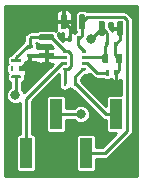
<source format=gbr>
G04 #@! TF.GenerationSoftware,KiCad,Pcbnew,(5.1.5)-3*
G04 #@! TF.CreationDate,2020-05-19T12:50:20+09:00*
G04 #@! TF.ProjectId,FMU_Power,464d555f-506f-4776-9572-2e6b69636164,rev?*
G04 #@! TF.SameCoordinates,Original*
G04 #@! TF.FileFunction,Copper,L1,Top*
G04 #@! TF.FilePolarity,Positive*
%FSLAX46Y46*%
G04 Gerber Fmt 4.6, Leading zero omitted, Abs format (unit mm)*
G04 Created by KiCad (PCBNEW (5.1.5)-3) date 2020-05-19 12:50:20*
%MOMM*%
%LPD*%
G04 APERTURE LIST*
%ADD10C,0.100000*%
%ADD11R,1.000000X2.510000*%
%ADD12C,0.800000*%
%ADD13C,0.250000*%
G04 APERTURE END LIST*
G04 #@! TA.AperFunction,SMDPad,CuDef*
D10*
G36*
X116007351Y-27600361D02*
G01*
X116014632Y-27601441D01*
X116021771Y-27603229D01*
X116028701Y-27605709D01*
X116035355Y-27608856D01*
X116041668Y-27612640D01*
X116047579Y-27617024D01*
X116053033Y-27621967D01*
X116057976Y-27627421D01*
X116062360Y-27633332D01*
X116066144Y-27639645D01*
X116069291Y-27646299D01*
X116071771Y-27653229D01*
X116073559Y-27660368D01*
X116074639Y-27667649D01*
X116075000Y-27675000D01*
X116075000Y-27825000D01*
X116074639Y-27832351D01*
X116073559Y-27839632D01*
X116071771Y-27846771D01*
X116069291Y-27853701D01*
X116066144Y-27860355D01*
X116062360Y-27866668D01*
X116057976Y-27872579D01*
X116053033Y-27878033D01*
X116047579Y-27882976D01*
X116041668Y-27887360D01*
X116035355Y-27891144D01*
X116028701Y-27894291D01*
X116021771Y-27896771D01*
X116014632Y-27898559D01*
X116007351Y-27899639D01*
X116000000Y-27900000D01*
X115650000Y-27900000D01*
X115642649Y-27899639D01*
X115635368Y-27898559D01*
X115628229Y-27896771D01*
X115621299Y-27894291D01*
X115614645Y-27891144D01*
X115608332Y-27887360D01*
X115602421Y-27882976D01*
X115596967Y-27878033D01*
X115592024Y-27872579D01*
X115587640Y-27866668D01*
X115583856Y-27860355D01*
X115580709Y-27853701D01*
X115578229Y-27846771D01*
X115576441Y-27839632D01*
X115575361Y-27832351D01*
X115575000Y-27825000D01*
X115575000Y-27675000D01*
X115575361Y-27667649D01*
X115576441Y-27660368D01*
X115578229Y-27653229D01*
X115580709Y-27646299D01*
X115583856Y-27639645D01*
X115587640Y-27633332D01*
X115592024Y-27627421D01*
X115596967Y-27621967D01*
X115602421Y-27617024D01*
X115608332Y-27612640D01*
X115614645Y-27608856D01*
X115621299Y-27605709D01*
X115628229Y-27603229D01*
X115635368Y-27601441D01*
X115642649Y-27600361D01*
X115650000Y-27600000D01*
X116000000Y-27600000D01*
X116007351Y-27600361D01*
G37*
G04 #@! TD.AperFunction*
G04 #@! TA.AperFunction,SMDPad,CuDef*
G36*
X116007351Y-26850361D02*
G01*
X116014632Y-26851441D01*
X116021771Y-26853229D01*
X116028701Y-26855709D01*
X116035355Y-26858856D01*
X116041668Y-26862640D01*
X116047579Y-26867024D01*
X116053033Y-26871967D01*
X116057976Y-26877421D01*
X116062360Y-26883332D01*
X116066144Y-26889645D01*
X116069291Y-26896299D01*
X116071771Y-26903229D01*
X116073559Y-26910368D01*
X116074639Y-26917649D01*
X116075000Y-26925000D01*
X116075000Y-27075000D01*
X116074639Y-27082351D01*
X116073559Y-27089632D01*
X116071771Y-27096771D01*
X116069291Y-27103701D01*
X116066144Y-27110355D01*
X116062360Y-27116668D01*
X116057976Y-27122579D01*
X116053033Y-27128033D01*
X116047579Y-27132976D01*
X116041668Y-27137360D01*
X116035355Y-27141144D01*
X116028701Y-27144291D01*
X116021771Y-27146771D01*
X116014632Y-27148559D01*
X116007351Y-27149639D01*
X116000000Y-27150000D01*
X115650000Y-27150000D01*
X115642649Y-27149639D01*
X115635368Y-27148559D01*
X115628229Y-27146771D01*
X115621299Y-27144291D01*
X115614645Y-27141144D01*
X115608332Y-27137360D01*
X115602421Y-27132976D01*
X115596967Y-27128033D01*
X115592024Y-27122579D01*
X115587640Y-27116668D01*
X115583856Y-27110355D01*
X115580709Y-27103701D01*
X115578229Y-27096771D01*
X115576441Y-27089632D01*
X115575361Y-27082351D01*
X115575000Y-27075000D01*
X115575000Y-26925000D01*
X115575361Y-26917649D01*
X115576441Y-26910368D01*
X115578229Y-26903229D01*
X115580709Y-26896299D01*
X115583856Y-26889645D01*
X115587640Y-26883332D01*
X115592024Y-26877421D01*
X115596967Y-26871967D01*
X115602421Y-26867024D01*
X115608332Y-26862640D01*
X115614645Y-26858856D01*
X115621299Y-26855709D01*
X115628229Y-26853229D01*
X115635368Y-26851441D01*
X115642649Y-26850361D01*
X115650000Y-26850000D01*
X116000000Y-26850000D01*
X116007351Y-26850361D01*
G37*
G04 #@! TD.AperFunction*
G04 #@! TA.AperFunction,SMDPad,CuDef*
G36*
X117752252Y-27510602D02*
G01*
X117764386Y-27512402D01*
X117776286Y-27515382D01*
X117787835Y-27519515D01*
X117798925Y-27524760D01*
X117809446Y-27531066D01*
X117819299Y-27538374D01*
X117828388Y-27546612D01*
X117836626Y-27555701D01*
X117843934Y-27565554D01*
X117850240Y-27576075D01*
X117855485Y-27587165D01*
X117859618Y-27598714D01*
X117862598Y-27610614D01*
X117864398Y-27622748D01*
X117865000Y-27635000D01*
X117865000Y-27885000D01*
X117864398Y-27897252D01*
X117862598Y-27909386D01*
X117859618Y-27921286D01*
X117855485Y-27932835D01*
X117850240Y-27943925D01*
X117843934Y-27954446D01*
X117836626Y-27964299D01*
X117828388Y-27973388D01*
X117819299Y-27981626D01*
X117809446Y-27988934D01*
X117798925Y-27995240D01*
X117787835Y-28000485D01*
X117776286Y-28004618D01*
X117764386Y-28007598D01*
X117752252Y-28009398D01*
X117740000Y-28010000D01*
X116740000Y-28010000D01*
X116727748Y-28009398D01*
X116715614Y-28007598D01*
X116703714Y-28004618D01*
X116692165Y-28000485D01*
X116681075Y-27995240D01*
X116670554Y-27988934D01*
X116660701Y-27981626D01*
X116651612Y-27973388D01*
X116643374Y-27964299D01*
X116636066Y-27954446D01*
X116629760Y-27943925D01*
X116624515Y-27932835D01*
X116620382Y-27921286D01*
X116617402Y-27909386D01*
X116615602Y-27897252D01*
X116615000Y-27885000D01*
X116615000Y-27635000D01*
X116615602Y-27622748D01*
X116617402Y-27610614D01*
X116620382Y-27598714D01*
X116624515Y-27587165D01*
X116629760Y-27576075D01*
X116636066Y-27565554D01*
X116643374Y-27555701D01*
X116651612Y-27546612D01*
X116660701Y-27538374D01*
X116670554Y-27531066D01*
X116681075Y-27524760D01*
X116692165Y-27519515D01*
X116703714Y-27515382D01*
X116715614Y-27512402D01*
X116727748Y-27510602D01*
X116740000Y-27510000D01*
X117740000Y-27510000D01*
X117752252Y-27510602D01*
G37*
G04 #@! TD.AperFunction*
G04 #@! TA.AperFunction,SMDPad,CuDef*
G36*
X117752252Y-25960602D02*
G01*
X117764386Y-25962402D01*
X117776286Y-25965382D01*
X117787835Y-25969515D01*
X117798925Y-25974760D01*
X117809446Y-25981066D01*
X117819299Y-25988374D01*
X117828388Y-25996612D01*
X117836626Y-26005701D01*
X117843934Y-26015554D01*
X117850240Y-26026075D01*
X117855485Y-26037165D01*
X117859618Y-26048714D01*
X117862598Y-26060614D01*
X117864398Y-26072748D01*
X117865000Y-26085000D01*
X117865000Y-26335000D01*
X117864398Y-26347252D01*
X117862598Y-26359386D01*
X117859618Y-26371286D01*
X117855485Y-26382835D01*
X117850240Y-26393925D01*
X117843934Y-26404446D01*
X117836626Y-26414299D01*
X117828388Y-26423388D01*
X117819299Y-26431626D01*
X117809446Y-26438934D01*
X117798925Y-26445240D01*
X117787835Y-26450485D01*
X117776286Y-26454618D01*
X117764386Y-26457598D01*
X117752252Y-26459398D01*
X117740000Y-26460000D01*
X116740000Y-26460000D01*
X116727748Y-26459398D01*
X116715614Y-26457598D01*
X116703714Y-26454618D01*
X116692165Y-26450485D01*
X116681075Y-26445240D01*
X116670554Y-26438934D01*
X116660701Y-26431626D01*
X116651612Y-26423388D01*
X116643374Y-26414299D01*
X116636066Y-26404446D01*
X116629760Y-26393925D01*
X116624515Y-26382835D01*
X116620382Y-26371286D01*
X116617402Y-26359386D01*
X116615602Y-26347252D01*
X116615000Y-26335000D01*
X116615000Y-26085000D01*
X116615602Y-26072748D01*
X116617402Y-26060614D01*
X116620382Y-26048714D01*
X116624515Y-26037165D01*
X116629760Y-26026075D01*
X116636066Y-26015554D01*
X116643374Y-26005701D01*
X116651612Y-25996612D01*
X116660701Y-25988374D01*
X116670554Y-25981066D01*
X116681075Y-25974760D01*
X116692165Y-25969515D01*
X116703714Y-25965382D01*
X116715614Y-25962402D01*
X116727748Y-25960602D01*
X116740000Y-25960000D01*
X117740000Y-25960000D01*
X117752252Y-25960602D01*
G37*
G04 #@! TD.AperFunction*
G04 #@! TA.AperFunction,SMDPad,CuDef*
G36*
X122482351Y-28975361D02*
G01*
X122489632Y-28976441D01*
X122496771Y-28978229D01*
X122503701Y-28980709D01*
X122510355Y-28983856D01*
X122516668Y-28987640D01*
X122522579Y-28992024D01*
X122528033Y-28996967D01*
X122532976Y-29002421D01*
X122537360Y-29008332D01*
X122541144Y-29014645D01*
X122544291Y-29021299D01*
X122546771Y-29028229D01*
X122548559Y-29035368D01*
X122549639Y-29042649D01*
X122550000Y-29050000D01*
X122550000Y-29400000D01*
X122549639Y-29407351D01*
X122548559Y-29414632D01*
X122546771Y-29421771D01*
X122544291Y-29428701D01*
X122541144Y-29435355D01*
X122537360Y-29441668D01*
X122532976Y-29447579D01*
X122528033Y-29453033D01*
X122522579Y-29457976D01*
X122516668Y-29462360D01*
X122510355Y-29466144D01*
X122503701Y-29469291D01*
X122496771Y-29471771D01*
X122489632Y-29473559D01*
X122482351Y-29474639D01*
X122475000Y-29475000D01*
X122325000Y-29475000D01*
X122317649Y-29474639D01*
X122310368Y-29473559D01*
X122303229Y-29471771D01*
X122296299Y-29469291D01*
X122289645Y-29466144D01*
X122283332Y-29462360D01*
X122277421Y-29457976D01*
X122271967Y-29453033D01*
X122267024Y-29447579D01*
X122262640Y-29441668D01*
X122258856Y-29435355D01*
X122255709Y-29428701D01*
X122253229Y-29421771D01*
X122251441Y-29414632D01*
X122250361Y-29407351D01*
X122250000Y-29400000D01*
X122250000Y-29050000D01*
X122250361Y-29042649D01*
X122251441Y-29035368D01*
X122253229Y-29028229D01*
X122255709Y-29021299D01*
X122258856Y-29014645D01*
X122262640Y-29008332D01*
X122267024Y-29002421D01*
X122271967Y-28996967D01*
X122277421Y-28992024D01*
X122283332Y-28987640D01*
X122289645Y-28983856D01*
X122296299Y-28980709D01*
X122303229Y-28978229D01*
X122310368Y-28976441D01*
X122317649Y-28975361D01*
X122325000Y-28975000D01*
X122475000Y-28975000D01*
X122482351Y-28975361D01*
G37*
G04 #@! TD.AperFunction*
G04 #@! TA.AperFunction,SMDPad,CuDef*
G36*
X123232351Y-28975361D02*
G01*
X123239632Y-28976441D01*
X123246771Y-28978229D01*
X123253701Y-28980709D01*
X123260355Y-28983856D01*
X123266668Y-28987640D01*
X123272579Y-28992024D01*
X123278033Y-28996967D01*
X123282976Y-29002421D01*
X123287360Y-29008332D01*
X123291144Y-29014645D01*
X123294291Y-29021299D01*
X123296771Y-29028229D01*
X123298559Y-29035368D01*
X123299639Y-29042649D01*
X123300000Y-29050000D01*
X123300000Y-29400000D01*
X123299639Y-29407351D01*
X123298559Y-29414632D01*
X123296771Y-29421771D01*
X123294291Y-29428701D01*
X123291144Y-29435355D01*
X123287360Y-29441668D01*
X123282976Y-29447579D01*
X123278033Y-29453033D01*
X123272579Y-29457976D01*
X123266668Y-29462360D01*
X123260355Y-29466144D01*
X123253701Y-29469291D01*
X123246771Y-29471771D01*
X123239632Y-29473559D01*
X123232351Y-29474639D01*
X123225000Y-29475000D01*
X123075000Y-29475000D01*
X123067649Y-29474639D01*
X123060368Y-29473559D01*
X123053229Y-29471771D01*
X123046299Y-29469291D01*
X123039645Y-29466144D01*
X123033332Y-29462360D01*
X123027421Y-29457976D01*
X123021967Y-29453033D01*
X123017024Y-29447579D01*
X123012640Y-29441668D01*
X123008856Y-29435355D01*
X123005709Y-29428701D01*
X123003229Y-29421771D01*
X123001441Y-29414632D01*
X123000361Y-29407351D01*
X123000000Y-29400000D01*
X123000000Y-29050000D01*
X123000361Y-29042649D01*
X123001441Y-29035368D01*
X123003229Y-29028229D01*
X123005709Y-29021299D01*
X123008856Y-29014645D01*
X123012640Y-29008332D01*
X123017024Y-29002421D01*
X123021967Y-28996967D01*
X123027421Y-28992024D01*
X123033332Y-28987640D01*
X123039645Y-28983856D01*
X123046299Y-28980709D01*
X123053229Y-28978229D01*
X123060368Y-28976441D01*
X123067649Y-28975361D01*
X123075000Y-28975000D01*
X123225000Y-28975000D01*
X123232351Y-28975361D01*
G37*
G04 #@! TD.AperFunction*
G04 #@! TA.AperFunction,SMDPad,CuDef*
G36*
X122367252Y-27615602D02*
G01*
X122379386Y-27617402D01*
X122391286Y-27620382D01*
X122402835Y-27624515D01*
X122413925Y-27629760D01*
X122424446Y-27636066D01*
X122434299Y-27643374D01*
X122443388Y-27651612D01*
X122451626Y-27660701D01*
X122458934Y-27670554D01*
X122465240Y-27681075D01*
X122470485Y-27692165D01*
X122474618Y-27703714D01*
X122477598Y-27715614D01*
X122479398Y-27727748D01*
X122480000Y-27740000D01*
X122480000Y-28290000D01*
X122479398Y-28302252D01*
X122477598Y-28314386D01*
X122474618Y-28326286D01*
X122470485Y-28337835D01*
X122465240Y-28348925D01*
X122458934Y-28359446D01*
X122451626Y-28369299D01*
X122443388Y-28378388D01*
X122434299Y-28386626D01*
X122424446Y-28393934D01*
X122413925Y-28400240D01*
X122402835Y-28405485D01*
X122391286Y-28409618D01*
X122379386Y-28412598D01*
X122367252Y-28414398D01*
X122355000Y-28415000D01*
X122105000Y-28415000D01*
X122092748Y-28414398D01*
X122080614Y-28412598D01*
X122068714Y-28409618D01*
X122057165Y-28405485D01*
X122046075Y-28400240D01*
X122035554Y-28393934D01*
X122025701Y-28386626D01*
X122016612Y-28378388D01*
X122008374Y-28369299D01*
X122001066Y-28359446D01*
X121994760Y-28348925D01*
X121989515Y-28337835D01*
X121985382Y-28326286D01*
X121982402Y-28314386D01*
X121980602Y-28302252D01*
X121980000Y-28290000D01*
X121980000Y-27740000D01*
X121980602Y-27727748D01*
X121982402Y-27715614D01*
X121985382Y-27703714D01*
X121989515Y-27692165D01*
X121994760Y-27681075D01*
X122001066Y-27670554D01*
X122008374Y-27660701D01*
X122016612Y-27651612D01*
X122025701Y-27643374D01*
X122035554Y-27636066D01*
X122046075Y-27629760D01*
X122057165Y-27624515D01*
X122068714Y-27620382D01*
X122080614Y-27617402D01*
X122092748Y-27615602D01*
X122105000Y-27615000D01*
X122355000Y-27615000D01*
X122367252Y-27615602D01*
G37*
G04 #@! TD.AperFunction*
G04 #@! TA.AperFunction,SMDPad,CuDef*
G36*
X123517252Y-27615602D02*
G01*
X123529386Y-27617402D01*
X123541286Y-27620382D01*
X123552835Y-27624515D01*
X123563925Y-27629760D01*
X123574446Y-27636066D01*
X123584299Y-27643374D01*
X123593388Y-27651612D01*
X123601626Y-27660701D01*
X123608934Y-27670554D01*
X123615240Y-27681075D01*
X123620485Y-27692165D01*
X123624618Y-27703714D01*
X123627598Y-27715614D01*
X123629398Y-27727748D01*
X123630000Y-27740000D01*
X123630000Y-28290000D01*
X123629398Y-28302252D01*
X123627598Y-28314386D01*
X123624618Y-28326286D01*
X123620485Y-28337835D01*
X123615240Y-28348925D01*
X123608934Y-28359446D01*
X123601626Y-28369299D01*
X123593388Y-28378388D01*
X123584299Y-28386626D01*
X123574446Y-28393934D01*
X123563925Y-28400240D01*
X123552835Y-28405485D01*
X123541286Y-28409618D01*
X123529386Y-28412598D01*
X123517252Y-28414398D01*
X123505000Y-28415000D01*
X123255000Y-28415000D01*
X123242748Y-28414398D01*
X123230614Y-28412598D01*
X123218714Y-28409618D01*
X123207165Y-28405485D01*
X123196075Y-28400240D01*
X123185554Y-28393934D01*
X123175701Y-28386626D01*
X123166612Y-28378388D01*
X123158374Y-28369299D01*
X123151066Y-28359446D01*
X123144760Y-28348925D01*
X123139515Y-28337835D01*
X123135382Y-28326286D01*
X123132402Y-28314386D01*
X123130602Y-28302252D01*
X123130000Y-28290000D01*
X123130000Y-27740000D01*
X123130602Y-27727748D01*
X123132402Y-27715614D01*
X123135382Y-27703714D01*
X123139515Y-27692165D01*
X123144760Y-27681075D01*
X123151066Y-27670554D01*
X123158374Y-27660701D01*
X123166612Y-27651612D01*
X123175701Y-27643374D01*
X123185554Y-27636066D01*
X123196075Y-27629760D01*
X123207165Y-27624515D01*
X123218714Y-27620382D01*
X123230614Y-27617402D01*
X123242748Y-27615602D01*
X123255000Y-27615000D01*
X123505000Y-27615000D01*
X123517252Y-27615602D01*
G37*
G04 #@! TD.AperFunction*
G04 #@! TA.AperFunction,SMDPad,CuDef*
G36*
X122422351Y-26575361D02*
G01*
X122429632Y-26576441D01*
X122436771Y-26578229D01*
X122443701Y-26580709D01*
X122450355Y-26583856D01*
X122456668Y-26587640D01*
X122462579Y-26592024D01*
X122468033Y-26596967D01*
X122472976Y-26602421D01*
X122477360Y-26608332D01*
X122481144Y-26614645D01*
X122484291Y-26621299D01*
X122486771Y-26628229D01*
X122488559Y-26635368D01*
X122489639Y-26642649D01*
X122490000Y-26650000D01*
X122490000Y-27000000D01*
X122489639Y-27007351D01*
X122488559Y-27014632D01*
X122486771Y-27021771D01*
X122484291Y-27028701D01*
X122481144Y-27035355D01*
X122477360Y-27041668D01*
X122472976Y-27047579D01*
X122468033Y-27053033D01*
X122462579Y-27057976D01*
X122456668Y-27062360D01*
X122450355Y-27066144D01*
X122443701Y-27069291D01*
X122436771Y-27071771D01*
X122429632Y-27073559D01*
X122422351Y-27074639D01*
X122415000Y-27075000D01*
X122265000Y-27075000D01*
X122257649Y-27074639D01*
X122250368Y-27073559D01*
X122243229Y-27071771D01*
X122236299Y-27069291D01*
X122229645Y-27066144D01*
X122223332Y-27062360D01*
X122217421Y-27057976D01*
X122211967Y-27053033D01*
X122207024Y-27047579D01*
X122202640Y-27041668D01*
X122198856Y-27035355D01*
X122195709Y-27028701D01*
X122193229Y-27021771D01*
X122191441Y-27014632D01*
X122190361Y-27007351D01*
X122190000Y-27000000D01*
X122190000Y-26650000D01*
X122190361Y-26642649D01*
X122191441Y-26635368D01*
X122193229Y-26628229D01*
X122195709Y-26621299D01*
X122198856Y-26614645D01*
X122202640Y-26608332D01*
X122207024Y-26602421D01*
X122211967Y-26596967D01*
X122217421Y-26592024D01*
X122223332Y-26587640D01*
X122229645Y-26583856D01*
X122236299Y-26580709D01*
X122243229Y-26578229D01*
X122250368Y-26576441D01*
X122257649Y-26575361D01*
X122265000Y-26575000D01*
X122415000Y-26575000D01*
X122422351Y-26575361D01*
G37*
G04 #@! TD.AperFunction*
G04 #@! TA.AperFunction,SMDPad,CuDef*
G36*
X123172351Y-26575361D02*
G01*
X123179632Y-26576441D01*
X123186771Y-26578229D01*
X123193701Y-26580709D01*
X123200355Y-26583856D01*
X123206668Y-26587640D01*
X123212579Y-26592024D01*
X123218033Y-26596967D01*
X123222976Y-26602421D01*
X123227360Y-26608332D01*
X123231144Y-26614645D01*
X123234291Y-26621299D01*
X123236771Y-26628229D01*
X123238559Y-26635368D01*
X123239639Y-26642649D01*
X123240000Y-26650000D01*
X123240000Y-27000000D01*
X123239639Y-27007351D01*
X123238559Y-27014632D01*
X123236771Y-27021771D01*
X123234291Y-27028701D01*
X123231144Y-27035355D01*
X123227360Y-27041668D01*
X123222976Y-27047579D01*
X123218033Y-27053033D01*
X123212579Y-27057976D01*
X123206668Y-27062360D01*
X123200355Y-27066144D01*
X123193701Y-27069291D01*
X123186771Y-27071771D01*
X123179632Y-27073559D01*
X123172351Y-27074639D01*
X123165000Y-27075000D01*
X123015000Y-27075000D01*
X123007649Y-27074639D01*
X123000368Y-27073559D01*
X122993229Y-27071771D01*
X122986299Y-27069291D01*
X122979645Y-27066144D01*
X122973332Y-27062360D01*
X122967421Y-27057976D01*
X122961967Y-27053033D01*
X122957024Y-27047579D01*
X122952640Y-27041668D01*
X122948856Y-27035355D01*
X122945709Y-27028701D01*
X122943229Y-27021771D01*
X122941441Y-27014632D01*
X122940361Y-27007351D01*
X122940000Y-27000000D01*
X122940000Y-26650000D01*
X122940361Y-26642649D01*
X122941441Y-26635368D01*
X122943229Y-26628229D01*
X122945709Y-26621299D01*
X122948856Y-26614645D01*
X122952640Y-26608332D01*
X122957024Y-26602421D01*
X122961967Y-26596967D01*
X122967421Y-26592024D01*
X122973332Y-26587640D01*
X122979645Y-26583856D01*
X122986299Y-26580709D01*
X122993229Y-26578229D01*
X123000368Y-26576441D01*
X123007649Y-26575361D01*
X123015000Y-26575000D01*
X123165000Y-26575000D01*
X123172351Y-26575361D01*
G37*
G04 #@! TD.AperFunction*
G04 #@! TA.AperFunction,SMDPad,CuDef*
G36*
X122077252Y-24835602D02*
G01*
X122089386Y-24837402D01*
X122101286Y-24840382D01*
X122112835Y-24844515D01*
X122123925Y-24849760D01*
X122134446Y-24856066D01*
X122144299Y-24863374D01*
X122153388Y-24871612D01*
X122161626Y-24880701D01*
X122168934Y-24890554D01*
X122175240Y-24901075D01*
X122180485Y-24912165D01*
X122184618Y-24923714D01*
X122187598Y-24935614D01*
X122189398Y-24947748D01*
X122190000Y-24960000D01*
X122190000Y-25960000D01*
X122189398Y-25972252D01*
X122187598Y-25984386D01*
X122184618Y-25996286D01*
X122180485Y-26007835D01*
X122175240Y-26018925D01*
X122168934Y-26029446D01*
X122161626Y-26039299D01*
X122153388Y-26048388D01*
X122144299Y-26056626D01*
X122134446Y-26063934D01*
X122123925Y-26070240D01*
X122112835Y-26075485D01*
X122101286Y-26079618D01*
X122089386Y-26082598D01*
X122077252Y-26084398D01*
X122065000Y-26085000D01*
X121815000Y-26085000D01*
X121802748Y-26084398D01*
X121790614Y-26082598D01*
X121778714Y-26079618D01*
X121767165Y-26075485D01*
X121756075Y-26070240D01*
X121745554Y-26063934D01*
X121735701Y-26056626D01*
X121726612Y-26048388D01*
X121718374Y-26039299D01*
X121711066Y-26029446D01*
X121704760Y-26018925D01*
X121699515Y-26007835D01*
X121695382Y-25996286D01*
X121692402Y-25984386D01*
X121690602Y-25972252D01*
X121690000Y-25960000D01*
X121690000Y-24960000D01*
X121690602Y-24947748D01*
X121692402Y-24935614D01*
X121695382Y-24923714D01*
X121699515Y-24912165D01*
X121704760Y-24901075D01*
X121711066Y-24890554D01*
X121718374Y-24880701D01*
X121726612Y-24871612D01*
X121735701Y-24863374D01*
X121745554Y-24856066D01*
X121756075Y-24849760D01*
X121767165Y-24844515D01*
X121778714Y-24840382D01*
X121790614Y-24837402D01*
X121802748Y-24835602D01*
X121815000Y-24835000D01*
X122065000Y-24835000D01*
X122077252Y-24835602D01*
G37*
G04 #@! TD.AperFunction*
G04 #@! TA.AperFunction,SMDPad,CuDef*
G36*
X123627252Y-24835602D02*
G01*
X123639386Y-24837402D01*
X123651286Y-24840382D01*
X123662835Y-24844515D01*
X123673925Y-24849760D01*
X123684446Y-24856066D01*
X123694299Y-24863374D01*
X123703388Y-24871612D01*
X123711626Y-24880701D01*
X123718934Y-24890554D01*
X123725240Y-24901075D01*
X123730485Y-24912165D01*
X123734618Y-24923714D01*
X123737598Y-24935614D01*
X123739398Y-24947748D01*
X123740000Y-24960000D01*
X123740000Y-25960000D01*
X123739398Y-25972252D01*
X123737598Y-25984386D01*
X123734618Y-25996286D01*
X123730485Y-26007835D01*
X123725240Y-26018925D01*
X123718934Y-26029446D01*
X123711626Y-26039299D01*
X123703388Y-26048388D01*
X123694299Y-26056626D01*
X123684446Y-26063934D01*
X123673925Y-26070240D01*
X123662835Y-26075485D01*
X123651286Y-26079618D01*
X123639386Y-26082598D01*
X123627252Y-26084398D01*
X123615000Y-26085000D01*
X123365000Y-26085000D01*
X123352748Y-26084398D01*
X123340614Y-26082598D01*
X123328714Y-26079618D01*
X123317165Y-26075485D01*
X123306075Y-26070240D01*
X123295554Y-26063934D01*
X123285701Y-26056626D01*
X123276612Y-26048388D01*
X123268374Y-26039299D01*
X123261066Y-26029446D01*
X123254760Y-26018925D01*
X123249515Y-26007835D01*
X123245382Y-25996286D01*
X123242402Y-25984386D01*
X123240602Y-25972252D01*
X123240000Y-25960000D01*
X123240000Y-24960000D01*
X123240602Y-24947748D01*
X123242402Y-24935614D01*
X123245382Y-24923714D01*
X123249515Y-24912165D01*
X123254760Y-24901075D01*
X123261066Y-24890554D01*
X123268374Y-24880701D01*
X123276612Y-24871612D01*
X123285701Y-24863374D01*
X123295554Y-24856066D01*
X123306075Y-24849760D01*
X123317165Y-24844515D01*
X123328714Y-24840382D01*
X123340614Y-24837402D01*
X123352748Y-24835602D01*
X123365000Y-24835000D01*
X123615000Y-24835000D01*
X123627252Y-24835602D01*
G37*
G04 #@! TD.AperFunction*
G04 #@! TA.AperFunction,SMDPad,CuDef*
G36*
X119282351Y-26125361D02*
G01*
X119289632Y-26126441D01*
X119296771Y-26128229D01*
X119303701Y-26130709D01*
X119310355Y-26133856D01*
X119316668Y-26137640D01*
X119322579Y-26142024D01*
X119328033Y-26146967D01*
X119332976Y-26152421D01*
X119337360Y-26158332D01*
X119341144Y-26164645D01*
X119344291Y-26171299D01*
X119346771Y-26178229D01*
X119348559Y-26185368D01*
X119349639Y-26192649D01*
X119350000Y-26200000D01*
X119350000Y-26550000D01*
X119349639Y-26557351D01*
X119348559Y-26564632D01*
X119346771Y-26571771D01*
X119344291Y-26578701D01*
X119341144Y-26585355D01*
X119337360Y-26591668D01*
X119332976Y-26597579D01*
X119328033Y-26603033D01*
X119322579Y-26607976D01*
X119316668Y-26612360D01*
X119310355Y-26616144D01*
X119303701Y-26619291D01*
X119296771Y-26621771D01*
X119289632Y-26623559D01*
X119282351Y-26624639D01*
X119275000Y-26625000D01*
X119125000Y-26625000D01*
X119117649Y-26624639D01*
X119110368Y-26623559D01*
X119103229Y-26621771D01*
X119096299Y-26619291D01*
X119089645Y-26616144D01*
X119083332Y-26612360D01*
X119077421Y-26607976D01*
X119071967Y-26603033D01*
X119067024Y-26597579D01*
X119062640Y-26591668D01*
X119058856Y-26585355D01*
X119055709Y-26578701D01*
X119053229Y-26571771D01*
X119051441Y-26564632D01*
X119050361Y-26557351D01*
X119050000Y-26550000D01*
X119050000Y-26200000D01*
X119050361Y-26192649D01*
X119051441Y-26185368D01*
X119053229Y-26178229D01*
X119055709Y-26171299D01*
X119058856Y-26164645D01*
X119062640Y-26158332D01*
X119067024Y-26152421D01*
X119071967Y-26146967D01*
X119077421Y-26142024D01*
X119083332Y-26137640D01*
X119089645Y-26133856D01*
X119096299Y-26130709D01*
X119103229Y-26128229D01*
X119110368Y-26126441D01*
X119117649Y-26125361D01*
X119125000Y-26125000D01*
X119275000Y-26125000D01*
X119282351Y-26125361D01*
G37*
G04 #@! TD.AperFunction*
G04 #@! TA.AperFunction,SMDPad,CuDef*
G36*
X120032351Y-26125361D02*
G01*
X120039632Y-26126441D01*
X120046771Y-26128229D01*
X120053701Y-26130709D01*
X120060355Y-26133856D01*
X120066668Y-26137640D01*
X120072579Y-26142024D01*
X120078033Y-26146967D01*
X120082976Y-26152421D01*
X120087360Y-26158332D01*
X120091144Y-26164645D01*
X120094291Y-26171299D01*
X120096771Y-26178229D01*
X120098559Y-26185368D01*
X120099639Y-26192649D01*
X120100000Y-26200000D01*
X120100000Y-26550000D01*
X120099639Y-26557351D01*
X120098559Y-26564632D01*
X120096771Y-26571771D01*
X120094291Y-26578701D01*
X120091144Y-26585355D01*
X120087360Y-26591668D01*
X120082976Y-26597579D01*
X120078033Y-26603033D01*
X120072579Y-26607976D01*
X120066668Y-26612360D01*
X120060355Y-26616144D01*
X120053701Y-26619291D01*
X120046771Y-26621771D01*
X120039632Y-26623559D01*
X120032351Y-26624639D01*
X120025000Y-26625000D01*
X119875000Y-26625000D01*
X119867649Y-26624639D01*
X119860368Y-26623559D01*
X119853229Y-26621771D01*
X119846299Y-26619291D01*
X119839645Y-26616144D01*
X119833332Y-26612360D01*
X119827421Y-26607976D01*
X119821967Y-26603033D01*
X119817024Y-26597579D01*
X119812640Y-26591668D01*
X119808856Y-26585355D01*
X119805709Y-26578701D01*
X119803229Y-26571771D01*
X119801441Y-26564632D01*
X119800361Y-26557351D01*
X119800000Y-26550000D01*
X119800000Y-26200000D01*
X119800361Y-26192649D01*
X119801441Y-26185368D01*
X119803229Y-26178229D01*
X119805709Y-26171299D01*
X119808856Y-26164645D01*
X119812640Y-26158332D01*
X119817024Y-26152421D01*
X119821967Y-26146967D01*
X119827421Y-26142024D01*
X119833332Y-26137640D01*
X119839645Y-26133856D01*
X119846299Y-26130709D01*
X119853229Y-26128229D01*
X119860368Y-26126441D01*
X119867649Y-26125361D01*
X119875000Y-26125000D01*
X120025000Y-26125000D01*
X120032351Y-26125361D01*
G37*
G04 #@! TD.AperFunction*
G04 #@! TA.AperFunction,SMDPad,CuDef*
G36*
X118837252Y-24275602D02*
G01*
X118849386Y-24277402D01*
X118861286Y-24280382D01*
X118872835Y-24284515D01*
X118883925Y-24289760D01*
X118894446Y-24296066D01*
X118904299Y-24303374D01*
X118913388Y-24311612D01*
X118921626Y-24320701D01*
X118928934Y-24330554D01*
X118935240Y-24341075D01*
X118940485Y-24352165D01*
X118944618Y-24363714D01*
X118947598Y-24375614D01*
X118949398Y-24387748D01*
X118950000Y-24400000D01*
X118950000Y-25400000D01*
X118949398Y-25412252D01*
X118947598Y-25424386D01*
X118944618Y-25436286D01*
X118940485Y-25447835D01*
X118935240Y-25458925D01*
X118928934Y-25469446D01*
X118921626Y-25479299D01*
X118913388Y-25488388D01*
X118904299Y-25496626D01*
X118894446Y-25503934D01*
X118883925Y-25510240D01*
X118872835Y-25515485D01*
X118861286Y-25519618D01*
X118849386Y-25522598D01*
X118837252Y-25524398D01*
X118825000Y-25525000D01*
X118575000Y-25525000D01*
X118562748Y-25524398D01*
X118550614Y-25522598D01*
X118538714Y-25519618D01*
X118527165Y-25515485D01*
X118516075Y-25510240D01*
X118505554Y-25503934D01*
X118495701Y-25496626D01*
X118486612Y-25488388D01*
X118478374Y-25479299D01*
X118471066Y-25469446D01*
X118464760Y-25458925D01*
X118459515Y-25447835D01*
X118455382Y-25436286D01*
X118452402Y-25424386D01*
X118450602Y-25412252D01*
X118450000Y-25400000D01*
X118450000Y-24400000D01*
X118450602Y-24387748D01*
X118452402Y-24375614D01*
X118455382Y-24363714D01*
X118459515Y-24352165D01*
X118464760Y-24341075D01*
X118471066Y-24330554D01*
X118478374Y-24320701D01*
X118486612Y-24311612D01*
X118495701Y-24303374D01*
X118505554Y-24296066D01*
X118516075Y-24289760D01*
X118527165Y-24284515D01*
X118538714Y-24280382D01*
X118550614Y-24277402D01*
X118562748Y-24275602D01*
X118575000Y-24275000D01*
X118825000Y-24275000D01*
X118837252Y-24275602D01*
G37*
G04 #@! TD.AperFunction*
G04 #@! TA.AperFunction,SMDPad,CuDef*
G36*
X120387252Y-24275602D02*
G01*
X120399386Y-24277402D01*
X120411286Y-24280382D01*
X120422835Y-24284515D01*
X120433925Y-24289760D01*
X120444446Y-24296066D01*
X120454299Y-24303374D01*
X120463388Y-24311612D01*
X120471626Y-24320701D01*
X120478934Y-24330554D01*
X120485240Y-24341075D01*
X120490485Y-24352165D01*
X120494618Y-24363714D01*
X120497598Y-24375614D01*
X120499398Y-24387748D01*
X120500000Y-24400000D01*
X120500000Y-25400000D01*
X120499398Y-25412252D01*
X120497598Y-25424386D01*
X120494618Y-25436286D01*
X120490485Y-25447835D01*
X120485240Y-25458925D01*
X120478934Y-25469446D01*
X120471626Y-25479299D01*
X120463388Y-25488388D01*
X120454299Y-25496626D01*
X120444446Y-25503934D01*
X120433925Y-25510240D01*
X120422835Y-25515485D01*
X120411286Y-25519618D01*
X120399386Y-25522598D01*
X120387252Y-25524398D01*
X120375000Y-25525000D01*
X120125000Y-25525000D01*
X120112748Y-25524398D01*
X120100614Y-25522598D01*
X120088714Y-25519618D01*
X120077165Y-25515485D01*
X120066075Y-25510240D01*
X120055554Y-25503934D01*
X120045701Y-25496626D01*
X120036612Y-25488388D01*
X120028374Y-25479299D01*
X120021066Y-25469446D01*
X120014760Y-25458925D01*
X120009515Y-25447835D01*
X120005382Y-25436286D01*
X120002402Y-25424386D01*
X120000602Y-25412252D01*
X120000000Y-25400000D01*
X120000000Y-24400000D01*
X120000602Y-24387748D01*
X120002402Y-24375614D01*
X120005382Y-24363714D01*
X120009515Y-24352165D01*
X120014760Y-24341075D01*
X120021066Y-24330554D01*
X120028374Y-24320701D01*
X120036612Y-24311612D01*
X120045701Y-24303374D01*
X120055554Y-24296066D01*
X120066075Y-24289760D01*
X120077165Y-24284515D01*
X120088714Y-24280382D01*
X120100614Y-24277402D01*
X120112748Y-24275602D01*
X120125000Y-24275000D01*
X120375000Y-24275000D01*
X120387252Y-24275602D01*
G37*
G04 #@! TD.AperFunction*
D11*
X123135000Y-32720000D03*
X118055000Y-32720000D03*
X120595000Y-36030000D03*
X115515000Y-36030000D03*
G04 #@! TA.AperFunction,SMDPad,CuDef*
D10*
G36*
X114379901Y-28675241D02*
G01*
X114384755Y-28675961D01*
X114389514Y-28677153D01*
X114394134Y-28678806D01*
X114398570Y-28680904D01*
X114402779Y-28683427D01*
X114406720Y-28686349D01*
X114410355Y-28689645D01*
X114413651Y-28693280D01*
X114416573Y-28697221D01*
X114419096Y-28701430D01*
X114421194Y-28705866D01*
X114422847Y-28710486D01*
X114424039Y-28715245D01*
X114424759Y-28720099D01*
X114425000Y-28725000D01*
X114425000Y-29025000D01*
X114424759Y-29029901D01*
X114424039Y-29034755D01*
X114422847Y-29039514D01*
X114421194Y-29044134D01*
X114419096Y-29048570D01*
X114416573Y-29052779D01*
X114413651Y-29056720D01*
X114410355Y-29060355D01*
X114406720Y-29063651D01*
X114402779Y-29066573D01*
X114398570Y-29069096D01*
X114394134Y-29071194D01*
X114389514Y-29072847D01*
X114384755Y-29074039D01*
X114379901Y-29074759D01*
X114375000Y-29075000D01*
X114275000Y-29075000D01*
X114270099Y-29074759D01*
X114265245Y-29074039D01*
X114260486Y-29072847D01*
X114255866Y-29071194D01*
X114251430Y-29069096D01*
X114247221Y-29066573D01*
X114243280Y-29063651D01*
X114239645Y-29060355D01*
X114236349Y-29056720D01*
X114233427Y-29052779D01*
X114230904Y-29048570D01*
X114228806Y-29044134D01*
X114227153Y-29039514D01*
X114225961Y-29034755D01*
X114225241Y-29029901D01*
X114225000Y-29025000D01*
X114225000Y-28725000D01*
X114225241Y-28720099D01*
X114225961Y-28715245D01*
X114227153Y-28710486D01*
X114228806Y-28705866D01*
X114230904Y-28701430D01*
X114233427Y-28697221D01*
X114236349Y-28693280D01*
X114239645Y-28689645D01*
X114243280Y-28686349D01*
X114247221Y-28683427D01*
X114251430Y-28680904D01*
X114255866Y-28678806D01*
X114260486Y-28677153D01*
X114265245Y-28675961D01*
X114270099Y-28675241D01*
X114275000Y-28675000D01*
X114375000Y-28675000D01*
X114379901Y-28675241D01*
G37*
G04 #@! TD.AperFunction*
G04 #@! TA.AperFunction,SMDPad,CuDef*
G36*
X115020881Y-29450289D02*
G01*
X115026705Y-29451153D01*
X115032417Y-29452584D01*
X115037961Y-29454567D01*
X115043284Y-29457085D01*
X115048334Y-29460112D01*
X115053064Y-29463619D01*
X115057426Y-29467574D01*
X115061381Y-29471936D01*
X115064888Y-29476666D01*
X115067915Y-29481716D01*
X115070433Y-29487039D01*
X115072416Y-29492583D01*
X115073847Y-29498295D01*
X115074711Y-29504119D01*
X115075000Y-29510000D01*
X115075000Y-29640000D01*
X115074711Y-29645881D01*
X115073847Y-29651705D01*
X115072416Y-29657417D01*
X115070433Y-29662961D01*
X115067915Y-29668284D01*
X115064888Y-29673334D01*
X115061381Y-29678064D01*
X115057426Y-29682426D01*
X115053064Y-29686381D01*
X115048334Y-29689888D01*
X115043284Y-29692915D01*
X115037961Y-29695433D01*
X115032417Y-29697416D01*
X115026705Y-29698847D01*
X115020881Y-29699711D01*
X115015000Y-29700000D01*
X114335000Y-29700000D01*
X114329119Y-29699711D01*
X114323295Y-29698847D01*
X114317583Y-29697416D01*
X114312039Y-29695433D01*
X114306716Y-29692915D01*
X114301666Y-29689888D01*
X114296936Y-29686381D01*
X114292574Y-29682426D01*
X114288619Y-29678064D01*
X114285112Y-29673334D01*
X114282085Y-29668284D01*
X114279567Y-29662961D01*
X114277584Y-29657417D01*
X114276153Y-29651705D01*
X114275289Y-29645881D01*
X114275000Y-29640000D01*
X114275000Y-29510000D01*
X114275289Y-29504119D01*
X114276153Y-29498295D01*
X114277584Y-29492583D01*
X114279567Y-29487039D01*
X114282085Y-29481716D01*
X114285112Y-29476666D01*
X114288619Y-29471936D01*
X114292574Y-29467574D01*
X114296936Y-29463619D01*
X114301666Y-29460112D01*
X114306716Y-29457085D01*
X114312039Y-29454567D01*
X114317583Y-29452584D01*
X114323295Y-29451153D01*
X114329119Y-29450289D01*
X114335000Y-29450000D01*
X115015000Y-29450000D01*
X115020881Y-29450289D01*
G37*
G04 #@! TD.AperFunction*
G04 #@! TA.AperFunction,SMDPad,CuDef*
G36*
X115020881Y-28050289D02*
G01*
X115026705Y-28051153D01*
X115032417Y-28052584D01*
X115037961Y-28054567D01*
X115043284Y-28057085D01*
X115048334Y-28060112D01*
X115053064Y-28063619D01*
X115057426Y-28067574D01*
X115061381Y-28071936D01*
X115064888Y-28076666D01*
X115067915Y-28081716D01*
X115070433Y-28087039D01*
X115072416Y-28092583D01*
X115073847Y-28098295D01*
X115074711Y-28104119D01*
X115075000Y-28110000D01*
X115075000Y-28240000D01*
X115074711Y-28245881D01*
X115073847Y-28251705D01*
X115072416Y-28257417D01*
X115070433Y-28262961D01*
X115067915Y-28268284D01*
X115064888Y-28273334D01*
X115061381Y-28278064D01*
X115057426Y-28282426D01*
X115053064Y-28286381D01*
X115048334Y-28289888D01*
X115043284Y-28292915D01*
X115037961Y-28295433D01*
X115032417Y-28297416D01*
X115026705Y-28298847D01*
X115020881Y-28299711D01*
X115015000Y-28300000D01*
X114335000Y-28300000D01*
X114329119Y-28299711D01*
X114323295Y-28298847D01*
X114317583Y-28297416D01*
X114312039Y-28295433D01*
X114306716Y-28292915D01*
X114301666Y-28289888D01*
X114296936Y-28286381D01*
X114292574Y-28282426D01*
X114288619Y-28278064D01*
X114285112Y-28273334D01*
X114282085Y-28268284D01*
X114279567Y-28262961D01*
X114277584Y-28257417D01*
X114276153Y-28251705D01*
X114275289Y-28245881D01*
X114275000Y-28240000D01*
X114275000Y-28110000D01*
X114275289Y-28104119D01*
X114276153Y-28098295D01*
X114277584Y-28092583D01*
X114279567Y-28087039D01*
X114282085Y-28081716D01*
X114285112Y-28076666D01*
X114288619Y-28071936D01*
X114292574Y-28067574D01*
X114296936Y-28063619D01*
X114301666Y-28060112D01*
X114306716Y-28057085D01*
X114312039Y-28054567D01*
X114317583Y-28052584D01*
X114323295Y-28051153D01*
X114329119Y-28050289D01*
X114335000Y-28050000D01*
X115015000Y-28050000D01*
X115020881Y-28050289D01*
G37*
G04 #@! TD.AperFunction*
G04 #@! TA.AperFunction,SMDPad,CuDef*
G36*
X115079901Y-28675241D02*
G01*
X115084755Y-28675961D01*
X115089514Y-28677153D01*
X115094134Y-28678806D01*
X115098570Y-28680904D01*
X115102779Y-28683427D01*
X115106720Y-28686349D01*
X115110355Y-28689645D01*
X115113651Y-28693280D01*
X115116573Y-28697221D01*
X115119096Y-28701430D01*
X115121194Y-28705866D01*
X115122847Y-28710486D01*
X115124039Y-28715245D01*
X115124759Y-28720099D01*
X115125000Y-28725000D01*
X115125000Y-29025000D01*
X115124759Y-29029901D01*
X115124039Y-29034755D01*
X115122847Y-29039514D01*
X115121194Y-29044134D01*
X115119096Y-29048570D01*
X115116573Y-29052779D01*
X115113651Y-29056720D01*
X115110355Y-29060355D01*
X115106720Y-29063651D01*
X115102779Y-29066573D01*
X115098570Y-29069096D01*
X115094134Y-29071194D01*
X115089514Y-29072847D01*
X115084755Y-29074039D01*
X115079901Y-29074759D01*
X115075000Y-29075000D01*
X114975000Y-29075000D01*
X114970099Y-29074759D01*
X114965245Y-29074039D01*
X114960486Y-29072847D01*
X114955866Y-29071194D01*
X114951430Y-29069096D01*
X114947221Y-29066573D01*
X114943280Y-29063651D01*
X114939645Y-29060355D01*
X114936349Y-29056720D01*
X114933427Y-29052779D01*
X114930904Y-29048570D01*
X114928806Y-29044134D01*
X114927153Y-29039514D01*
X114925961Y-29034755D01*
X114925241Y-29029901D01*
X114925000Y-29025000D01*
X114925000Y-28725000D01*
X114925241Y-28720099D01*
X114925961Y-28715245D01*
X114927153Y-28710486D01*
X114928806Y-28705866D01*
X114930904Y-28701430D01*
X114933427Y-28697221D01*
X114936349Y-28693280D01*
X114939645Y-28689645D01*
X114943280Y-28686349D01*
X114947221Y-28683427D01*
X114951430Y-28680904D01*
X114955866Y-28678806D01*
X114960486Y-28677153D01*
X114965245Y-28675961D01*
X114970099Y-28675241D01*
X114975000Y-28675000D01*
X115075000Y-28675000D01*
X115079901Y-28675241D01*
G37*
G04 #@! TD.AperFunction*
G04 #@! TA.AperFunction,SMDPad,CuDef*
G36*
X119709901Y-29875241D02*
G01*
X119714755Y-29875961D01*
X119719514Y-29877153D01*
X119724134Y-29878806D01*
X119728570Y-29880904D01*
X119732779Y-29883427D01*
X119736720Y-29886349D01*
X119740355Y-29889645D01*
X119743651Y-29893280D01*
X119746573Y-29897221D01*
X119749096Y-29901430D01*
X119751194Y-29905866D01*
X119752847Y-29910486D01*
X119754039Y-29915245D01*
X119754759Y-29920099D01*
X119755000Y-29925000D01*
X119755000Y-30325000D01*
X119754759Y-30329901D01*
X119754039Y-30334755D01*
X119752847Y-30339514D01*
X119751194Y-30344134D01*
X119749096Y-30348570D01*
X119746573Y-30352779D01*
X119743651Y-30356720D01*
X119740355Y-30360355D01*
X119736720Y-30363651D01*
X119732779Y-30366573D01*
X119728570Y-30369096D01*
X119724134Y-30371194D01*
X119719514Y-30372847D01*
X119714755Y-30374039D01*
X119709901Y-30374759D01*
X119705000Y-30375000D01*
X119605000Y-30375000D01*
X119600099Y-30374759D01*
X119595245Y-30374039D01*
X119590486Y-30372847D01*
X119585866Y-30371194D01*
X119581430Y-30369096D01*
X119577221Y-30366573D01*
X119573280Y-30363651D01*
X119569645Y-30360355D01*
X119566349Y-30356720D01*
X119563427Y-30352779D01*
X119560904Y-30348570D01*
X119558806Y-30344134D01*
X119557153Y-30339514D01*
X119555961Y-30334755D01*
X119555241Y-30329901D01*
X119555000Y-30325000D01*
X119555000Y-29925000D01*
X119555241Y-29920099D01*
X119555961Y-29915245D01*
X119557153Y-29910486D01*
X119558806Y-29905866D01*
X119560904Y-29901430D01*
X119563427Y-29897221D01*
X119566349Y-29893280D01*
X119569645Y-29889645D01*
X119573280Y-29886349D01*
X119577221Y-29883427D01*
X119581430Y-29880904D01*
X119585866Y-29878806D01*
X119590486Y-29877153D01*
X119595245Y-29875961D01*
X119600099Y-29875241D01*
X119605000Y-29875000D01*
X119705000Y-29875000D01*
X119709901Y-29875241D01*
G37*
G04 #@! TD.AperFunction*
G04 #@! TA.AperFunction,SMDPad,CuDef*
G36*
X118849901Y-29875241D02*
G01*
X118854755Y-29875961D01*
X118859514Y-29877153D01*
X118864134Y-29878806D01*
X118868570Y-29880904D01*
X118872779Y-29883427D01*
X118876720Y-29886349D01*
X118880355Y-29889645D01*
X118883651Y-29893280D01*
X118886573Y-29897221D01*
X118889096Y-29901430D01*
X118891194Y-29905866D01*
X118892847Y-29910486D01*
X118894039Y-29915245D01*
X118894759Y-29920099D01*
X118895000Y-29925000D01*
X118895000Y-30325000D01*
X118894759Y-30329901D01*
X118894039Y-30334755D01*
X118892847Y-30339514D01*
X118891194Y-30344134D01*
X118889096Y-30348570D01*
X118886573Y-30352779D01*
X118883651Y-30356720D01*
X118880355Y-30360355D01*
X118876720Y-30363651D01*
X118872779Y-30366573D01*
X118868570Y-30369096D01*
X118864134Y-30371194D01*
X118859514Y-30372847D01*
X118854755Y-30374039D01*
X118849901Y-30374759D01*
X118845000Y-30375000D01*
X118745000Y-30375000D01*
X118740099Y-30374759D01*
X118735245Y-30374039D01*
X118730486Y-30372847D01*
X118725866Y-30371194D01*
X118721430Y-30369096D01*
X118717221Y-30366573D01*
X118713280Y-30363651D01*
X118709645Y-30360355D01*
X118706349Y-30356720D01*
X118703427Y-30352779D01*
X118700904Y-30348570D01*
X118698806Y-30344134D01*
X118697153Y-30339514D01*
X118695961Y-30334755D01*
X118695241Y-30329901D01*
X118695000Y-30325000D01*
X118695000Y-29925000D01*
X118695241Y-29920099D01*
X118695961Y-29915245D01*
X118697153Y-29910486D01*
X118698806Y-29905866D01*
X118700904Y-29901430D01*
X118703427Y-29897221D01*
X118706349Y-29893280D01*
X118709645Y-29889645D01*
X118713280Y-29886349D01*
X118717221Y-29883427D01*
X118721430Y-29880904D01*
X118725866Y-29878806D01*
X118730486Y-29877153D01*
X118735245Y-29875961D01*
X118740099Y-29875241D01*
X118745000Y-29875000D01*
X118845000Y-29875000D01*
X118849901Y-29875241D01*
G37*
G04 #@! TD.AperFunction*
G04 #@! TA.AperFunction,SMDPad,CuDef*
G36*
X118625000Y-27275000D02*
G01*
X118975000Y-27275000D01*
X118975000Y-27525000D01*
X118625000Y-27525000D01*
X118625000Y-27275000D01*
G37*
G04 #@! TD.AperFunction*
G04 #@! TA.AperFunction,SMDPad,CuDef*
G36*
X118975000Y-28025000D02*
G01*
X118625000Y-28025000D01*
X118625000Y-27775000D01*
X118975000Y-27775000D01*
X118975000Y-28025000D01*
G37*
G04 #@! TD.AperFunction*
G04 #@! TA.AperFunction,SMDPad,CuDef*
G36*
X118975000Y-28525000D02*
G01*
X118625000Y-28525000D01*
X118625000Y-28275000D01*
X118975000Y-28275000D01*
X118975000Y-28525000D01*
G37*
G04 #@! TD.AperFunction*
G04 #@! TA.AperFunction,SMDPad,CuDef*
G36*
X118975000Y-29025000D02*
G01*
X118625000Y-29025000D01*
X118625000Y-28775000D01*
X118975000Y-28775000D01*
X118975000Y-29025000D01*
G37*
G04 #@! TD.AperFunction*
G04 #@! TA.AperFunction,SMDPad,CuDef*
G36*
X120625000Y-29025000D02*
G01*
X120275000Y-29025000D01*
X120275000Y-28775000D01*
X120625000Y-28775000D01*
X120625000Y-29025000D01*
G37*
G04 #@! TD.AperFunction*
G04 #@! TA.AperFunction,SMDPad,CuDef*
G36*
X120625000Y-28525000D02*
G01*
X120275000Y-28525000D01*
X120275000Y-28275000D01*
X120625000Y-28275000D01*
X120625000Y-28525000D01*
G37*
G04 #@! TD.AperFunction*
G04 #@! TA.AperFunction,SMDPad,CuDef*
G36*
X120625000Y-28025000D02*
G01*
X120275000Y-28025000D01*
X120275000Y-27775000D01*
X120625000Y-27775000D01*
X120625000Y-28025000D01*
G37*
G04 #@! TD.AperFunction*
G04 #@! TA.AperFunction,SMDPad,CuDef*
G36*
X120625000Y-27525000D02*
G01*
X120275000Y-27525000D01*
X120275000Y-27275000D01*
X120625000Y-27275000D01*
X120625000Y-27525000D01*
G37*
G04 #@! TD.AperFunction*
D12*
X122365000Y-30635000D03*
X117385000Y-25005000D03*
X116175000Y-29055000D03*
X120985000Y-26395000D03*
X120155000Y-32735000D03*
X114605000Y-31125000D03*
D13*
X115825000Y-28075000D02*
X115825000Y-27750000D01*
X115025000Y-28875000D02*
X115825000Y-28075000D01*
X117230000Y-27750000D02*
X117240000Y-27760000D01*
X115825000Y-27750000D02*
X117230000Y-27750000D01*
X117380000Y-27900000D02*
X118800000Y-27900000D01*
X117240000Y-27760000D02*
X117380000Y-27900000D01*
X119200000Y-25400000D02*
X118700000Y-24900000D01*
X119200000Y-26375000D02*
X119200000Y-25400000D01*
X123490000Y-26425000D02*
X123090000Y-26825000D01*
X123490000Y-25460000D02*
X123490000Y-26425000D01*
X123090000Y-27725000D02*
X123380000Y-28015000D01*
X123090000Y-26825000D02*
X123090000Y-27725000D01*
X123380000Y-28995000D02*
X123150000Y-29225000D01*
X123380000Y-28015000D02*
X123380000Y-28995000D01*
X123150000Y-29225000D02*
X123150000Y-29850000D01*
X123150000Y-29850000D02*
X122365000Y-30635000D01*
X118700000Y-24900000D02*
X117490000Y-24900000D01*
X117490000Y-24900000D02*
X117385000Y-25005000D01*
X115025000Y-28875000D02*
X115995000Y-28875000D01*
X115995000Y-28875000D02*
X116175000Y-29055000D01*
X115575000Y-27000000D02*
X115825000Y-27000000D01*
X114675000Y-27900000D02*
X115575000Y-27000000D01*
X114675000Y-28175000D02*
X114675000Y-27900000D01*
X115825000Y-27000000D02*
X115825000Y-26315000D01*
X115930000Y-26210000D02*
X117240000Y-26210000D01*
X115825000Y-26315000D02*
X115930000Y-26210000D01*
X117610000Y-26210000D02*
X118800000Y-27400000D01*
X117240000Y-26210000D02*
X117610000Y-26210000D01*
X118795000Y-28905000D02*
X118800000Y-28900000D01*
X118795000Y-30125000D02*
X118795000Y-28905000D01*
X118975000Y-27400000D02*
X118800000Y-27400000D01*
X119059636Y-27400000D02*
X118975000Y-27400000D01*
X119300010Y-27640374D02*
X119059636Y-27400000D01*
X119300010Y-28659626D02*
X119300010Y-27640374D01*
X119059636Y-28900000D02*
X119300010Y-28659626D01*
X118800000Y-28900000D02*
X119059636Y-28900000D01*
X121534636Y-29225000D02*
X122400000Y-29225000D01*
X120450000Y-28400000D02*
X120709636Y-28400000D01*
X120709636Y-28400000D02*
X121534636Y-29225000D01*
X122115000Y-27900000D02*
X122230000Y-28015000D01*
X120450000Y-27900000D02*
X122115000Y-27900000D01*
X122230000Y-26935000D02*
X122340000Y-26825000D01*
X122230000Y-28015000D02*
X122230000Y-26935000D01*
X122340000Y-25860000D02*
X121940000Y-25460000D01*
X122340000Y-26825000D02*
X122340000Y-25860000D01*
X121940000Y-25460000D02*
X121920000Y-25460000D01*
X121920000Y-25460000D02*
X120985000Y-26395000D01*
X118070000Y-32735000D02*
X118055000Y-32720000D01*
X120155000Y-32735000D02*
X118070000Y-32735000D01*
X120400000Y-27350000D02*
X120450000Y-27400000D01*
X120250000Y-26075000D02*
X119950000Y-26375000D01*
X120250000Y-24900000D02*
X120250000Y-26075000D01*
X119950000Y-26900000D02*
X120450000Y-27400000D01*
X119950000Y-26375000D02*
X119950000Y-26900000D01*
X120500000Y-24650000D02*
X120250000Y-24900000D01*
X123801402Y-24509990D02*
X120640010Y-24509990D01*
X124065010Y-24773598D02*
X123801402Y-24509990D01*
X120640010Y-24509990D02*
X120500000Y-24650000D01*
X122165002Y-36030000D02*
X124065010Y-34129992D01*
X124065010Y-34129992D02*
X124065010Y-24773598D01*
X120595000Y-36030000D02*
X122165002Y-36030000D01*
X114675000Y-29575000D02*
X114675000Y-31055000D01*
X114675000Y-31055000D02*
X114605000Y-31125000D01*
X120275000Y-28900000D02*
X119635000Y-29540000D01*
X120450000Y-28900000D02*
X120275000Y-28900000D01*
X119655000Y-29560000D02*
X119655000Y-30125000D01*
X119635000Y-29540000D02*
X119655000Y-29560000D01*
X122250000Y-32720000D02*
X119655000Y-30125000D01*
X123135000Y-32720000D02*
X122250000Y-32720000D01*
X118540364Y-28400000D02*
X118625000Y-28400000D01*
X115515000Y-31425364D02*
X118540364Y-28400000D01*
X118625000Y-28400000D02*
X118800000Y-28400000D01*
X115515000Y-36030000D02*
X115515000Y-31425364D01*
G36*
X124925000Y-37975000D02*
G01*
X113725000Y-37975000D01*
X113725000Y-31048669D01*
X113830000Y-31048669D01*
X113830000Y-31201331D01*
X113859783Y-31351059D01*
X113918204Y-31492100D01*
X114003018Y-31619034D01*
X114110966Y-31726982D01*
X114237900Y-31811796D01*
X114378941Y-31870217D01*
X114528669Y-31900000D01*
X114681331Y-31900000D01*
X114831059Y-31870217D01*
X114972100Y-31811796D01*
X115015001Y-31783131D01*
X115015000Y-34398186D01*
X114941487Y-34405426D01*
X114870800Y-34426869D01*
X114805653Y-34461691D01*
X114748552Y-34508552D01*
X114701691Y-34565653D01*
X114666869Y-34630800D01*
X114645426Y-34701487D01*
X114638186Y-34775000D01*
X114638186Y-37285000D01*
X114645426Y-37358513D01*
X114666869Y-37429200D01*
X114701691Y-37494347D01*
X114748552Y-37551448D01*
X114805653Y-37598309D01*
X114870800Y-37633131D01*
X114941487Y-37654574D01*
X115015000Y-37661814D01*
X116015000Y-37661814D01*
X116088513Y-37654574D01*
X116159200Y-37633131D01*
X116224347Y-37598309D01*
X116281448Y-37551448D01*
X116328309Y-37494347D01*
X116363131Y-37429200D01*
X116384574Y-37358513D01*
X116391814Y-37285000D01*
X116391814Y-34775000D01*
X116384574Y-34701487D01*
X116363131Y-34630800D01*
X116328309Y-34565653D01*
X116281448Y-34508552D01*
X116224347Y-34461691D01*
X116159200Y-34426869D01*
X116088513Y-34405426D01*
X116015000Y-34398186D01*
X116015000Y-31632469D01*
X116182469Y-31465000D01*
X117178186Y-31465000D01*
X117178186Y-33975000D01*
X117185426Y-34048513D01*
X117206869Y-34119200D01*
X117241691Y-34184347D01*
X117288552Y-34241448D01*
X117345653Y-34288309D01*
X117410800Y-34323131D01*
X117481487Y-34344574D01*
X117555000Y-34351814D01*
X118555000Y-34351814D01*
X118628513Y-34344574D01*
X118699200Y-34323131D01*
X118764347Y-34288309D01*
X118821448Y-34241448D01*
X118868309Y-34184347D01*
X118903131Y-34119200D01*
X118924574Y-34048513D01*
X118931814Y-33975000D01*
X118931814Y-33235000D01*
X119558984Y-33235000D01*
X119660966Y-33336982D01*
X119787900Y-33421796D01*
X119928941Y-33480217D01*
X120078669Y-33510000D01*
X120231331Y-33510000D01*
X120381059Y-33480217D01*
X120522100Y-33421796D01*
X120649034Y-33336982D01*
X120756982Y-33229034D01*
X120841796Y-33102100D01*
X120900217Y-32961059D01*
X120930000Y-32811331D01*
X120930000Y-32658669D01*
X120900217Y-32508941D01*
X120841796Y-32367900D01*
X120756982Y-32240966D01*
X120649034Y-32133018D01*
X120522100Y-32048204D01*
X120381059Y-31989783D01*
X120231331Y-31960000D01*
X120078669Y-31960000D01*
X119928941Y-31989783D01*
X119787900Y-32048204D01*
X119660966Y-32133018D01*
X119558984Y-32235000D01*
X118931814Y-32235000D01*
X118931814Y-31465000D01*
X118924574Y-31391487D01*
X118903131Y-31320800D01*
X118868309Y-31255653D01*
X118821448Y-31198552D01*
X118764347Y-31151691D01*
X118699200Y-31116869D01*
X118628513Y-31095426D01*
X118555000Y-31088186D01*
X117555000Y-31088186D01*
X117481487Y-31095426D01*
X117410800Y-31116869D01*
X117345653Y-31151691D01*
X117288552Y-31198552D01*
X117241691Y-31255653D01*
X117206869Y-31320800D01*
X117185426Y-31391487D01*
X117178186Y-31465000D01*
X116182469Y-31465000D01*
X118295001Y-29352470D01*
X118295000Y-30149559D01*
X118302235Y-30223016D01*
X118318186Y-30275600D01*
X118318186Y-30325000D01*
X118326387Y-30408267D01*
X118350675Y-30488335D01*
X118390117Y-30562125D01*
X118443197Y-30626803D01*
X118507875Y-30679883D01*
X118581665Y-30719325D01*
X118661733Y-30743613D01*
X118745000Y-30751814D01*
X118845000Y-30751814D01*
X118928267Y-30743613D01*
X119008335Y-30719325D01*
X119082125Y-30679883D01*
X119146803Y-30626803D01*
X119199883Y-30562125D01*
X119225000Y-30515135D01*
X119250117Y-30562125D01*
X119303197Y-30626803D01*
X119367875Y-30679883D01*
X119441665Y-30719325D01*
X119521733Y-30743613D01*
X119571400Y-30748505D01*
X121879075Y-33056181D01*
X121894736Y-33075264D01*
X121970871Y-33137746D01*
X122057733Y-33184175D01*
X122151983Y-33212765D01*
X122225440Y-33220000D01*
X122225441Y-33220000D01*
X122249999Y-33222419D01*
X122258186Y-33221613D01*
X122258186Y-33975000D01*
X122265426Y-34048513D01*
X122286869Y-34119200D01*
X122321691Y-34184347D01*
X122368552Y-34241448D01*
X122425653Y-34288309D01*
X122490800Y-34323131D01*
X122561487Y-34344574D01*
X122635000Y-34351814D01*
X123136082Y-34351814D01*
X121957897Y-35530000D01*
X121471814Y-35530000D01*
X121471814Y-34775000D01*
X121464574Y-34701487D01*
X121443131Y-34630800D01*
X121408309Y-34565653D01*
X121361448Y-34508552D01*
X121304347Y-34461691D01*
X121239200Y-34426869D01*
X121168513Y-34405426D01*
X121095000Y-34398186D01*
X120095000Y-34398186D01*
X120021487Y-34405426D01*
X119950800Y-34426869D01*
X119885653Y-34461691D01*
X119828552Y-34508552D01*
X119781691Y-34565653D01*
X119746869Y-34630800D01*
X119725426Y-34701487D01*
X119718186Y-34775000D01*
X119718186Y-37285000D01*
X119725426Y-37358513D01*
X119746869Y-37429200D01*
X119781691Y-37494347D01*
X119828552Y-37551448D01*
X119885653Y-37598309D01*
X119950800Y-37633131D01*
X120021487Y-37654574D01*
X120095000Y-37661814D01*
X121095000Y-37661814D01*
X121168513Y-37654574D01*
X121239200Y-37633131D01*
X121304347Y-37598309D01*
X121361448Y-37551448D01*
X121408309Y-37494347D01*
X121443131Y-37429200D01*
X121464574Y-37358513D01*
X121471814Y-37285000D01*
X121471814Y-36530000D01*
X122140442Y-36530000D01*
X122165002Y-36532419D01*
X122189562Y-36530000D01*
X122263019Y-36522765D01*
X122357269Y-36494175D01*
X122444131Y-36447746D01*
X122520266Y-36385264D01*
X122535931Y-36366176D01*
X124401191Y-34500917D01*
X124420274Y-34485256D01*
X124482756Y-34409121D01*
X124529185Y-34322259D01*
X124557775Y-34228009D01*
X124565010Y-34154552D01*
X124565010Y-34154551D01*
X124567429Y-34129993D01*
X124565010Y-34105435D01*
X124565010Y-24798157D01*
X124567429Y-24773597D01*
X124557775Y-24675580D01*
X124537277Y-24608007D01*
X124529185Y-24581331D01*
X124482756Y-24494469D01*
X124420274Y-24418334D01*
X124401186Y-24402669D01*
X124172331Y-24173814D01*
X124156666Y-24154726D01*
X124080531Y-24092244D01*
X123993669Y-24045815D01*
X123899419Y-24017225D01*
X123825962Y-24009990D01*
X123801402Y-24007571D01*
X123776842Y-24009990D01*
X120686976Y-24009990D01*
X120653793Y-23982757D01*
X120567036Y-23936384D01*
X120472899Y-23907828D01*
X120375000Y-23898186D01*
X120125000Y-23898186D01*
X120027101Y-23907828D01*
X119932964Y-23936384D01*
X119846207Y-23982757D01*
X119770164Y-24045164D01*
X119707757Y-24121207D01*
X119661384Y-24207964D01*
X119632828Y-24302101D01*
X119623186Y-24400000D01*
X119623186Y-25400000D01*
X119632828Y-25497899D01*
X119661384Y-25592036D01*
X119707757Y-25678793D01*
X119750001Y-25730267D01*
X119750001Y-25768047D01*
X119702098Y-25782578D01*
X119641897Y-25814756D01*
X119587260Y-25769916D01*
X119513427Y-25730452D01*
X119433314Y-25706150D01*
X119350000Y-25697944D01*
X119338805Y-25699172D01*
X119344548Y-25688427D01*
X119368850Y-25608314D01*
X119377056Y-25525000D01*
X119375000Y-25031250D01*
X119268750Y-24925000D01*
X118725000Y-24925000D01*
X118725000Y-24945000D01*
X118675000Y-24945000D01*
X118675000Y-24925000D01*
X118131250Y-24925000D01*
X118025000Y-25031250D01*
X118022944Y-25525000D01*
X118031150Y-25608314D01*
X118055452Y-25688427D01*
X118064417Y-25705200D01*
X118018793Y-25667757D01*
X117932036Y-25621384D01*
X117837899Y-25592828D01*
X117740000Y-25583186D01*
X116740000Y-25583186D01*
X116642101Y-25592828D01*
X116547964Y-25621384D01*
X116461207Y-25667757D01*
X116409734Y-25710000D01*
X115954549Y-25710000D01*
X115929999Y-25707582D01*
X115905449Y-25710000D01*
X115905440Y-25710000D01*
X115831983Y-25717235D01*
X115737733Y-25745825D01*
X115650871Y-25792254D01*
X115574736Y-25854736D01*
X115559074Y-25873820D01*
X115488818Y-25944077D01*
X115469737Y-25959736D01*
X115407255Y-26035871D01*
X115364493Y-26115872D01*
X115360826Y-26122733D01*
X115332235Y-26216983D01*
X115322581Y-26315000D01*
X115325001Y-26339570D01*
X115325001Y-26566684D01*
X115295871Y-26582254D01*
X115219736Y-26644736D01*
X115204075Y-26663819D01*
X114338819Y-27529076D01*
X114319737Y-27544736D01*
X114257255Y-27620871D01*
X114219971Y-27690622D01*
X114167839Y-27706436D01*
X114092319Y-27746802D01*
X114026126Y-27801126D01*
X113971802Y-27867319D01*
X113931436Y-27942839D01*
X113906579Y-28024782D01*
X113898186Y-28110000D01*
X113898186Y-28240000D01*
X113906579Y-28325218D01*
X113931436Y-28407161D01*
X113953098Y-28447688D01*
X113920117Y-28487875D01*
X113880675Y-28561665D01*
X113856387Y-28641733D01*
X113848186Y-28725000D01*
X113848186Y-29025000D01*
X113856387Y-29108267D01*
X113880675Y-29188335D01*
X113920117Y-29262125D01*
X113953098Y-29302312D01*
X113931436Y-29342839D01*
X113906579Y-29424782D01*
X113898186Y-29510000D01*
X113898186Y-29640000D01*
X113906579Y-29725218D01*
X113931436Y-29807161D01*
X113971802Y-29882681D01*
X114026126Y-29948874D01*
X114092319Y-30003198D01*
X114167839Y-30043564D01*
X114175000Y-30045736D01*
X114175001Y-30480232D01*
X114110966Y-30523018D01*
X114003018Y-30630966D01*
X113918204Y-30757900D01*
X113859783Y-30898941D01*
X113830000Y-31048669D01*
X113725000Y-31048669D01*
X113725000Y-24275000D01*
X118022944Y-24275000D01*
X118025000Y-24768750D01*
X118131250Y-24875000D01*
X118675000Y-24875000D01*
X118675000Y-23956250D01*
X118725000Y-23956250D01*
X118725000Y-24875000D01*
X119268750Y-24875000D01*
X119375000Y-24768750D01*
X119377056Y-24275000D01*
X119368850Y-24191686D01*
X119344548Y-24111573D01*
X119305084Y-24037740D01*
X119251974Y-23973026D01*
X119187260Y-23919916D01*
X119113427Y-23880452D01*
X119033314Y-23856150D01*
X118950000Y-23847944D01*
X118831250Y-23850000D01*
X118725000Y-23956250D01*
X118675000Y-23956250D01*
X118568750Y-23850000D01*
X118450000Y-23847944D01*
X118366686Y-23856150D01*
X118286573Y-23880452D01*
X118212740Y-23919916D01*
X118148026Y-23973026D01*
X118094916Y-24037740D01*
X118055452Y-24111573D01*
X118031150Y-24191686D01*
X118022944Y-24275000D01*
X113725000Y-24275000D01*
X113725000Y-23525000D01*
X124925001Y-23525000D01*
X124925000Y-37975000D01*
G37*
X124925000Y-37975000D02*
X113725000Y-37975000D01*
X113725000Y-31048669D01*
X113830000Y-31048669D01*
X113830000Y-31201331D01*
X113859783Y-31351059D01*
X113918204Y-31492100D01*
X114003018Y-31619034D01*
X114110966Y-31726982D01*
X114237900Y-31811796D01*
X114378941Y-31870217D01*
X114528669Y-31900000D01*
X114681331Y-31900000D01*
X114831059Y-31870217D01*
X114972100Y-31811796D01*
X115015001Y-31783131D01*
X115015000Y-34398186D01*
X114941487Y-34405426D01*
X114870800Y-34426869D01*
X114805653Y-34461691D01*
X114748552Y-34508552D01*
X114701691Y-34565653D01*
X114666869Y-34630800D01*
X114645426Y-34701487D01*
X114638186Y-34775000D01*
X114638186Y-37285000D01*
X114645426Y-37358513D01*
X114666869Y-37429200D01*
X114701691Y-37494347D01*
X114748552Y-37551448D01*
X114805653Y-37598309D01*
X114870800Y-37633131D01*
X114941487Y-37654574D01*
X115015000Y-37661814D01*
X116015000Y-37661814D01*
X116088513Y-37654574D01*
X116159200Y-37633131D01*
X116224347Y-37598309D01*
X116281448Y-37551448D01*
X116328309Y-37494347D01*
X116363131Y-37429200D01*
X116384574Y-37358513D01*
X116391814Y-37285000D01*
X116391814Y-34775000D01*
X116384574Y-34701487D01*
X116363131Y-34630800D01*
X116328309Y-34565653D01*
X116281448Y-34508552D01*
X116224347Y-34461691D01*
X116159200Y-34426869D01*
X116088513Y-34405426D01*
X116015000Y-34398186D01*
X116015000Y-31632469D01*
X116182469Y-31465000D01*
X117178186Y-31465000D01*
X117178186Y-33975000D01*
X117185426Y-34048513D01*
X117206869Y-34119200D01*
X117241691Y-34184347D01*
X117288552Y-34241448D01*
X117345653Y-34288309D01*
X117410800Y-34323131D01*
X117481487Y-34344574D01*
X117555000Y-34351814D01*
X118555000Y-34351814D01*
X118628513Y-34344574D01*
X118699200Y-34323131D01*
X118764347Y-34288309D01*
X118821448Y-34241448D01*
X118868309Y-34184347D01*
X118903131Y-34119200D01*
X118924574Y-34048513D01*
X118931814Y-33975000D01*
X118931814Y-33235000D01*
X119558984Y-33235000D01*
X119660966Y-33336982D01*
X119787900Y-33421796D01*
X119928941Y-33480217D01*
X120078669Y-33510000D01*
X120231331Y-33510000D01*
X120381059Y-33480217D01*
X120522100Y-33421796D01*
X120649034Y-33336982D01*
X120756982Y-33229034D01*
X120841796Y-33102100D01*
X120900217Y-32961059D01*
X120930000Y-32811331D01*
X120930000Y-32658669D01*
X120900217Y-32508941D01*
X120841796Y-32367900D01*
X120756982Y-32240966D01*
X120649034Y-32133018D01*
X120522100Y-32048204D01*
X120381059Y-31989783D01*
X120231331Y-31960000D01*
X120078669Y-31960000D01*
X119928941Y-31989783D01*
X119787900Y-32048204D01*
X119660966Y-32133018D01*
X119558984Y-32235000D01*
X118931814Y-32235000D01*
X118931814Y-31465000D01*
X118924574Y-31391487D01*
X118903131Y-31320800D01*
X118868309Y-31255653D01*
X118821448Y-31198552D01*
X118764347Y-31151691D01*
X118699200Y-31116869D01*
X118628513Y-31095426D01*
X118555000Y-31088186D01*
X117555000Y-31088186D01*
X117481487Y-31095426D01*
X117410800Y-31116869D01*
X117345653Y-31151691D01*
X117288552Y-31198552D01*
X117241691Y-31255653D01*
X117206869Y-31320800D01*
X117185426Y-31391487D01*
X117178186Y-31465000D01*
X116182469Y-31465000D01*
X118295001Y-29352470D01*
X118295000Y-30149559D01*
X118302235Y-30223016D01*
X118318186Y-30275600D01*
X118318186Y-30325000D01*
X118326387Y-30408267D01*
X118350675Y-30488335D01*
X118390117Y-30562125D01*
X118443197Y-30626803D01*
X118507875Y-30679883D01*
X118581665Y-30719325D01*
X118661733Y-30743613D01*
X118745000Y-30751814D01*
X118845000Y-30751814D01*
X118928267Y-30743613D01*
X119008335Y-30719325D01*
X119082125Y-30679883D01*
X119146803Y-30626803D01*
X119199883Y-30562125D01*
X119225000Y-30515135D01*
X119250117Y-30562125D01*
X119303197Y-30626803D01*
X119367875Y-30679883D01*
X119441665Y-30719325D01*
X119521733Y-30743613D01*
X119571400Y-30748505D01*
X121879075Y-33056181D01*
X121894736Y-33075264D01*
X121970871Y-33137746D01*
X122057733Y-33184175D01*
X122151983Y-33212765D01*
X122225440Y-33220000D01*
X122225441Y-33220000D01*
X122249999Y-33222419D01*
X122258186Y-33221613D01*
X122258186Y-33975000D01*
X122265426Y-34048513D01*
X122286869Y-34119200D01*
X122321691Y-34184347D01*
X122368552Y-34241448D01*
X122425653Y-34288309D01*
X122490800Y-34323131D01*
X122561487Y-34344574D01*
X122635000Y-34351814D01*
X123136082Y-34351814D01*
X121957897Y-35530000D01*
X121471814Y-35530000D01*
X121471814Y-34775000D01*
X121464574Y-34701487D01*
X121443131Y-34630800D01*
X121408309Y-34565653D01*
X121361448Y-34508552D01*
X121304347Y-34461691D01*
X121239200Y-34426869D01*
X121168513Y-34405426D01*
X121095000Y-34398186D01*
X120095000Y-34398186D01*
X120021487Y-34405426D01*
X119950800Y-34426869D01*
X119885653Y-34461691D01*
X119828552Y-34508552D01*
X119781691Y-34565653D01*
X119746869Y-34630800D01*
X119725426Y-34701487D01*
X119718186Y-34775000D01*
X119718186Y-37285000D01*
X119725426Y-37358513D01*
X119746869Y-37429200D01*
X119781691Y-37494347D01*
X119828552Y-37551448D01*
X119885653Y-37598309D01*
X119950800Y-37633131D01*
X120021487Y-37654574D01*
X120095000Y-37661814D01*
X121095000Y-37661814D01*
X121168513Y-37654574D01*
X121239200Y-37633131D01*
X121304347Y-37598309D01*
X121361448Y-37551448D01*
X121408309Y-37494347D01*
X121443131Y-37429200D01*
X121464574Y-37358513D01*
X121471814Y-37285000D01*
X121471814Y-36530000D01*
X122140442Y-36530000D01*
X122165002Y-36532419D01*
X122189562Y-36530000D01*
X122263019Y-36522765D01*
X122357269Y-36494175D01*
X122444131Y-36447746D01*
X122520266Y-36385264D01*
X122535931Y-36366176D01*
X124401191Y-34500917D01*
X124420274Y-34485256D01*
X124482756Y-34409121D01*
X124529185Y-34322259D01*
X124557775Y-34228009D01*
X124565010Y-34154552D01*
X124565010Y-34154551D01*
X124567429Y-34129993D01*
X124565010Y-34105435D01*
X124565010Y-24798157D01*
X124567429Y-24773597D01*
X124557775Y-24675580D01*
X124537277Y-24608007D01*
X124529185Y-24581331D01*
X124482756Y-24494469D01*
X124420274Y-24418334D01*
X124401186Y-24402669D01*
X124172331Y-24173814D01*
X124156666Y-24154726D01*
X124080531Y-24092244D01*
X123993669Y-24045815D01*
X123899419Y-24017225D01*
X123825962Y-24009990D01*
X123801402Y-24007571D01*
X123776842Y-24009990D01*
X120686976Y-24009990D01*
X120653793Y-23982757D01*
X120567036Y-23936384D01*
X120472899Y-23907828D01*
X120375000Y-23898186D01*
X120125000Y-23898186D01*
X120027101Y-23907828D01*
X119932964Y-23936384D01*
X119846207Y-23982757D01*
X119770164Y-24045164D01*
X119707757Y-24121207D01*
X119661384Y-24207964D01*
X119632828Y-24302101D01*
X119623186Y-24400000D01*
X119623186Y-25400000D01*
X119632828Y-25497899D01*
X119661384Y-25592036D01*
X119707757Y-25678793D01*
X119750001Y-25730267D01*
X119750001Y-25768047D01*
X119702098Y-25782578D01*
X119641897Y-25814756D01*
X119587260Y-25769916D01*
X119513427Y-25730452D01*
X119433314Y-25706150D01*
X119350000Y-25697944D01*
X119338805Y-25699172D01*
X119344548Y-25688427D01*
X119368850Y-25608314D01*
X119377056Y-25525000D01*
X119375000Y-25031250D01*
X119268750Y-24925000D01*
X118725000Y-24925000D01*
X118725000Y-24945000D01*
X118675000Y-24945000D01*
X118675000Y-24925000D01*
X118131250Y-24925000D01*
X118025000Y-25031250D01*
X118022944Y-25525000D01*
X118031150Y-25608314D01*
X118055452Y-25688427D01*
X118064417Y-25705200D01*
X118018793Y-25667757D01*
X117932036Y-25621384D01*
X117837899Y-25592828D01*
X117740000Y-25583186D01*
X116740000Y-25583186D01*
X116642101Y-25592828D01*
X116547964Y-25621384D01*
X116461207Y-25667757D01*
X116409734Y-25710000D01*
X115954549Y-25710000D01*
X115929999Y-25707582D01*
X115905449Y-25710000D01*
X115905440Y-25710000D01*
X115831983Y-25717235D01*
X115737733Y-25745825D01*
X115650871Y-25792254D01*
X115574736Y-25854736D01*
X115559074Y-25873820D01*
X115488818Y-25944077D01*
X115469737Y-25959736D01*
X115407255Y-26035871D01*
X115364493Y-26115872D01*
X115360826Y-26122733D01*
X115332235Y-26216983D01*
X115322581Y-26315000D01*
X115325001Y-26339570D01*
X115325001Y-26566684D01*
X115295871Y-26582254D01*
X115219736Y-26644736D01*
X115204075Y-26663819D01*
X114338819Y-27529076D01*
X114319737Y-27544736D01*
X114257255Y-27620871D01*
X114219971Y-27690622D01*
X114167839Y-27706436D01*
X114092319Y-27746802D01*
X114026126Y-27801126D01*
X113971802Y-27867319D01*
X113931436Y-27942839D01*
X113906579Y-28024782D01*
X113898186Y-28110000D01*
X113898186Y-28240000D01*
X113906579Y-28325218D01*
X113931436Y-28407161D01*
X113953098Y-28447688D01*
X113920117Y-28487875D01*
X113880675Y-28561665D01*
X113856387Y-28641733D01*
X113848186Y-28725000D01*
X113848186Y-29025000D01*
X113856387Y-29108267D01*
X113880675Y-29188335D01*
X113920117Y-29262125D01*
X113953098Y-29302312D01*
X113931436Y-29342839D01*
X113906579Y-29424782D01*
X113898186Y-29510000D01*
X113898186Y-29640000D01*
X113906579Y-29725218D01*
X113931436Y-29807161D01*
X113971802Y-29882681D01*
X114026126Y-29948874D01*
X114092319Y-30003198D01*
X114167839Y-30043564D01*
X114175000Y-30045736D01*
X114175001Y-30480232D01*
X114110966Y-30523018D01*
X114003018Y-30630966D01*
X113918204Y-30757900D01*
X113859783Y-30898941D01*
X113830000Y-31048669D01*
X113725000Y-31048669D01*
X113725000Y-24275000D01*
X118022944Y-24275000D01*
X118025000Y-24768750D01*
X118131250Y-24875000D01*
X118675000Y-24875000D01*
X118675000Y-23956250D01*
X118725000Y-23956250D01*
X118725000Y-24875000D01*
X119268750Y-24875000D01*
X119375000Y-24768750D01*
X119377056Y-24275000D01*
X119368850Y-24191686D01*
X119344548Y-24111573D01*
X119305084Y-24037740D01*
X119251974Y-23973026D01*
X119187260Y-23919916D01*
X119113427Y-23880452D01*
X119033314Y-23856150D01*
X118950000Y-23847944D01*
X118831250Y-23850000D01*
X118725000Y-23956250D01*
X118675000Y-23956250D01*
X118568750Y-23850000D01*
X118450000Y-23847944D01*
X118366686Y-23856150D01*
X118286573Y-23880452D01*
X118212740Y-23919916D01*
X118148026Y-23973026D01*
X118094916Y-24037740D01*
X118055452Y-24111573D01*
X118031150Y-24191686D01*
X118022944Y-24275000D01*
X113725000Y-24275000D01*
X113725000Y-23525000D01*
X124925001Y-23525000D01*
X124925000Y-37975000D01*
G36*
X123175000Y-29200000D02*
G01*
X123195000Y-29200000D01*
X123195000Y-29250000D01*
X123175000Y-29250000D01*
X123175000Y-29793750D01*
X123281250Y-29900000D01*
X123300000Y-29902056D01*
X123383314Y-29893850D01*
X123463427Y-29869548D01*
X123537260Y-29830084D01*
X123565010Y-29807310D01*
X123565010Y-31088186D01*
X122635000Y-31088186D01*
X122561487Y-31095426D01*
X122490800Y-31116869D01*
X122425653Y-31151691D01*
X122368552Y-31198552D01*
X122321691Y-31255653D01*
X122286869Y-31320800D01*
X122265426Y-31391487D01*
X122258186Y-31465000D01*
X122258186Y-32021080D01*
X120155000Y-29917895D01*
X120155000Y-29727106D01*
X120480293Y-29401814D01*
X120625000Y-29401814D01*
X120698513Y-29394574D01*
X120769200Y-29373131D01*
X120834347Y-29338309D01*
X120891448Y-29291448D01*
X120892589Y-29290058D01*
X121163711Y-29561181D01*
X121179372Y-29580264D01*
X121255507Y-29642746D01*
X121342369Y-29689175D01*
X121436619Y-29717765D01*
X121510076Y-29725000D01*
X121510077Y-29725000D01*
X121534635Y-29727419D01*
X121559193Y-29725000D01*
X122012244Y-29725000D01*
X122073986Y-29775670D01*
X122152098Y-29817422D01*
X122236855Y-29843133D01*
X122325000Y-29851814D01*
X122475000Y-29851814D01*
X122563145Y-29843133D01*
X122647902Y-29817422D01*
X122708103Y-29785244D01*
X122762740Y-29830084D01*
X122836573Y-29869548D01*
X122916686Y-29893850D01*
X123000000Y-29902056D01*
X123018750Y-29900000D01*
X123125000Y-29793750D01*
X123125000Y-29250000D01*
X123105000Y-29250000D01*
X123105000Y-29200000D01*
X123125000Y-29200000D01*
X123125000Y-29180000D01*
X123175000Y-29180000D01*
X123175000Y-29200000D01*
G37*
X123175000Y-29200000D02*
X123195000Y-29200000D01*
X123195000Y-29250000D01*
X123175000Y-29250000D01*
X123175000Y-29793750D01*
X123281250Y-29900000D01*
X123300000Y-29902056D01*
X123383314Y-29893850D01*
X123463427Y-29869548D01*
X123537260Y-29830084D01*
X123565010Y-29807310D01*
X123565010Y-31088186D01*
X122635000Y-31088186D01*
X122561487Y-31095426D01*
X122490800Y-31116869D01*
X122425653Y-31151691D01*
X122368552Y-31198552D01*
X122321691Y-31255653D01*
X122286869Y-31320800D01*
X122265426Y-31391487D01*
X122258186Y-31465000D01*
X122258186Y-32021080D01*
X120155000Y-29917895D01*
X120155000Y-29727106D01*
X120480293Y-29401814D01*
X120625000Y-29401814D01*
X120698513Y-29394574D01*
X120769200Y-29373131D01*
X120834347Y-29338309D01*
X120891448Y-29291448D01*
X120892589Y-29290058D01*
X121163711Y-29561181D01*
X121179372Y-29580264D01*
X121255507Y-29642746D01*
X121342369Y-29689175D01*
X121436619Y-29717765D01*
X121510076Y-29725000D01*
X121510077Y-29725000D01*
X121534635Y-29727419D01*
X121559193Y-29725000D01*
X122012244Y-29725000D01*
X122073986Y-29775670D01*
X122152098Y-29817422D01*
X122236855Y-29843133D01*
X122325000Y-29851814D01*
X122475000Y-29851814D01*
X122563145Y-29843133D01*
X122647902Y-29817422D01*
X122708103Y-29785244D01*
X122762740Y-29830084D01*
X122836573Y-29869548D01*
X122916686Y-29893850D01*
X123000000Y-29902056D01*
X123018750Y-29900000D01*
X123125000Y-29793750D01*
X123125000Y-29250000D01*
X123105000Y-29250000D01*
X123105000Y-29200000D01*
X123125000Y-29200000D01*
X123125000Y-29180000D01*
X123175000Y-29180000D01*
X123175000Y-29200000D01*
G36*
X116461207Y-26752243D02*
G01*
X116547964Y-26798616D01*
X116642101Y-26827172D01*
X116740000Y-26836814D01*
X117529709Y-26836814D01*
X117776208Y-27083314D01*
X117371250Y-27085000D01*
X117265000Y-27191250D01*
X117265000Y-27735000D01*
X117285000Y-27735000D01*
X117285000Y-27785000D01*
X117265000Y-27785000D01*
X117265000Y-28328750D01*
X117371250Y-28435000D01*
X117796487Y-28436771D01*
X115345560Y-30887699D01*
X115291796Y-30757900D01*
X115206982Y-30630966D01*
X115175000Y-30598984D01*
X115175000Y-30045736D01*
X115182161Y-30043564D01*
X115257681Y-30003198D01*
X115323874Y-29948874D01*
X115378198Y-29882681D01*
X115418564Y-29807161D01*
X115443421Y-29725218D01*
X115451814Y-29640000D01*
X115451814Y-29510000D01*
X115443421Y-29424782D01*
X115428430Y-29375364D01*
X115429253Y-29374678D01*
X115481871Y-29309563D01*
X115520775Y-29235434D01*
X115544469Y-29155139D01*
X115552044Y-29071765D01*
X115550000Y-29006250D01*
X115443750Y-28900000D01*
X114980000Y-28900000D01*
X114980000Y-28850000D01*
X115443750Y-28850000D01*
X115550000Y-28743750D01*
X115552044Y-28678235D01*
X115544469Y-28594861D01*
X115520775Y-28514566D01*
X115481871Y-28440437D01*
X115429253Y-28375322D01*
X115428430Y-28374636D01*
X115443421Y-28325218D01*
X115445430Y-28304818D01*
X115491686Y-28318850D01*
X115575000Y-28327056D01*
X115693750Y-28325000D01*
X115800000Y-28218750D01*
X115800000Y-27775000D01*
X115850000Y-27775000D01*
X115850000Y-28218750D01*
X115956250Y-28325000D01*
X116075000Y-28327056D01*
X116158314Y-28318850D01*
X116238427Y-28294548D01*
X116280339Y-28272146D01*
X116313026Y-28311974D01*
X116377740Y-28365084D01*
X116451573Y-28404548D01*
X116531686Y-28428850D01*
X116615000Y-28437056D01*
X117108750Y-28435000D01*
X117215000Y-28328750D01*
X117215000Y-27785000D01*
X116403750Y-27785000D01*
X116393750Y-27775000D01*
X115850000Y-27775000D01*
X115800000Y-27775000D01*
X115780000Y-27775000D01*
X115780000Y-27725000D01*
X115800000Y-27725000D01*
X115800000Y-27705000D01*
X115850000Y-27705000D01*
X115850000Y-27725000D01*
X116286250Y-27725000D01*
X116296250Y-27735000D01*
X117215000Y-27735000D01*
X117215000Y-27191250D01*
X117108750Y-27085000D01*
X116615000Y-27082944D01*
X116531686Y-27091150D01*
X116451573Y-27115452D01*
X116447622Y-27117564D01*
X116451814Y-27075000D01*
X116451814Y-26925000D01*
X116443133Y-26836855D01*
X116417422Y-26752098D01*
X116394920Y-26710000D01*
X116409734Y-26710000D01*
X116461207Y-26752243D01*
G37*
X116461207Y-26752243D02*
X116547964Y-26798616D01*
X116642101Y-26827172D01*
X116740000Y-26836814D01*
X117529709Y-26836814D01*
X117776208Y-27083314D01*
X117371250Y-27085000D01*
X117265000Y-27191250D01*
X117265000Y-27735000D01*
X117285000Y-27735000D01*
X117285000Y-27785000D01*
X117265000Y-27785000D01*
X117265000Y-28328750D01*
X117371250Y-28435000D01*
X117796487Y-28436771D01*
X115345560Y-30887699D01*
X115291796Y-30757900D01*
X115206982Y-30630966D01*
X115175000Y-30598984D01*
X115175000Y-30045736D01*
X115182161Y-30043564D01*
X115257681Y-30003198D01*
X115323874Y-29948874D01*
X115378198Y-29882681D01*
X115418564Y-29807161D01*
X115443421Y-29725218D01*
X115451814Y-29640000D01*
X115451814Y-29510000D01*
X115443421Y-29424782D01*
X115428430Y-29375364D01*
X115429253Y-29374678D01*
X115481871Y-29309563D01*
X115520775Y-29235434D01*
X115544469Y-29155139D01*
X115552044Y-29071765D01*
X115550000Y-29006250D01*
X115443750Y-28900000D01*
X114980000Y-28900000D01*
X114980000Y-28850000D01*
X115443750Y-28850000D01*
X115550000Y-28743750D01*
X115552044Y-28678235D01*
X115544469Y-28594861D01*
X115520775Y-28514566D01*
X115481871Y-28440437D01*
X115429253Y-28375322D01*
X115428430Y-28374636D01*
X115443421Y-28325218D01*
X115445430Y-28304818D01*
X115491686Y-28318850D01*
X115575000Y-28327056D01*
X115693750Y-28325000D01*
X115800000Y-28218750D01*
X115800000Y-27775000D01*
X115850000Y-27775000D01*
X115850000Y-28218750D01*
X115956250Y-28325000D01*
X116075000Y-28327056D01*
X116158314Y-28318850D01*
X116238427Y-28294548D01*
X116280339Y-28272146D01*
X116313026Y-28311974D01*
X116377740Y-28365084D01*
X116451573Y-28404548D01*
X116531686Y-28428850D01*
X116615000Y-28437056D01*
X117108750Y-28435000D01*
X117215000Y-28328750D01*
X117215000Y-27785000D01*
X116403750Y-27785000D01*
X116393750Y-27775000D01*
X115850000Y-27775000D01*
X115800000Y-27775000D01*
X115780000Y-27775000D01*
X115780000Y-27725000D01*
X115800000Y-27725000D01*
X115800000Y-27705000D01*
X115850000Y-27705000D01*
X115850000Y-27725000D01*
X116286250Y-27725000D01*
X116296250Y-27735000D01*
X117215000Y-27735000D01*
X117215000Y-27191250D01*
X117108750Y-27085000D01*
X116615000Y-27082944D01*
X116531686Y-27091150D01*
X116451573Y-27115452D01*
X116447622Y-27117564D01*
X116451814Y-27075000D01*
X116451814Y-26925000D01*
X116443133Y-26836855D01*
X116417422Y-26752098D01*
X116394920Y-26710000D01*
X116409734Y-26710000D01*
X116461207Y-26752243D01*
G36*
X123405000Y-27990000D02*
G01*
X123425000Y-27990000D01*
X123425000Y-28040000D01*
X123405000Y-28040000D01*
X123405000Y-28060000D01*
X123355000Y-28060000D01*
X123355000Y-28040000D01*
X123335000Y-28040000D01*
X123335000Y-27990000D01*
X123355000Y-27990000D01*
X123355000Y-27970000D01*
X123405000Y-27970000D01*
X123405000Y-27990000D01*
G37*
X123405000Y-27990000D02*
X123425000Y-27990000D01*
X123425000Y-28040000D01*
X123405000Y-28040000D01*
X123405000Y-28060000D01*
X123355000Y-28060000D01*
X123355000Y-28040000D01*
X123335000Y-28040000D01*
X123335000Y-27990000D01*
X123355000Y-27990000D01*
X123355000Y-27970000D01*
X123405000Y-27970000D01*
X123405000Y-27990000D01*
G36*
X123115000Y-26800000D02*
G01*
X123135000Y-26800000D01*
X123135000Y-26850000D01*
X123115000Y-26850000D01*
X123115000Y-26870000D01*
X123065000Y-26870000D01*
X123065000Y-26850000D01*
X123045000Y-26850000D01*
X123045000Y-26800000D01*
X123065000Y-26800000D01*
X123065000Y-26780000D01*
X123115000Y-26780000D01*
X123115000Y-26800000D01*
G37*
X123115000Y-26800000D02*
X123135000Y-26800000D01*
X123135000Y-26850000D01*
X123115000Y-26850000D01*
X123115000Y-26870000D01*
X123065000Y-26870000D01*
X123065000Y-26850000D01*
X123045000Y-26850000D01*
X123045000Y-26800000D01*
X123065000Y-26800000D01*
X123065000Y-26780000D01*
X123115000Y-26780000D01*
X123115000Y-26800000D01*
G36*
X118674998Y-25925004D02*
G01*
X118655452Y-25961573D01*
X118631150Y-26041686D01*
X118622944Y-26125000D01*
X118625000Y-26243750D01*
X118731250Y-26350000D01*
X119175000Y-26350000D01*
X119175000Y-26330000D01*
X119225000Y-26330000D01*
X119225000Y-26350000D01*
X119245000Y-26350000D01*
X119245000Y-26400000D01*
X119225000Y-26400000D01*
X119225000Y-26420000D01*
X119175000Y-26420000D01*
X119175000Y-26400000D01*
X118731250Y-26400000D01*
X118625000Y-26506250D01*
X118624802Y-26517696D01*
X118241814Y-26134709D01*
X118241814Y-26085000D01*
X118232172Y-25987101D01*
X118203616Y-25892964D01*
X118184221Y-25856679D01*
X118212740Y-25880084D01*
X118286573Y-25919548D01*
X118366686Y-25943850D01*
X118450000Y-25952056D01*
X118568750Y-25950000D01*
X118674998Y-25843752D01*
X118674998Y-25925004D01*
G37*
X118674998Y-25925004D02*
X118655452Y-25961573D01*
X118631150Y-26041686D01*
X118622944Y-26125000D01*
X118625000Y-26243750D01*
X118731250Y-26350000D01*
X119175000Y-26350000D01*
X119175000Y-26330000D01*
X119225000Y-26330000D01*
X119225000Y-26350000D01*
X119245000Y-26350000D01*
X119245000Y-26400000D01*
X119225000Y-26400000D01*
X119225000Y-26420000D01*
X119175000Y-26420000D01*
X119175000Y-26400000D01*
X118731250Y-26400000D01*
X118625000Y-26506250D01*
X118624802Y-26517696D01*
X118241814Y-26134709D01*
X118241814Y-26085000D01*
X118232172Y-25987101D01*
X118203616Y-25892964D01*
X118184221Y-25856679D01*
X118212740Y-25880084D01*
X118286573Y-25919548D01*
X118366686Y-25943850D01*
X118450000Y-25952056D01*
X118568750Y-25950000D01*
X118674998Y-25843752D01*
X118674998Y-25925004D01*
G36*
X122815000Y-25328750D02*
G01*
X122921250Y-25435000D01*
X123465000Y-25435000D01*
X123465000Y-25415000D01*
X123515000Y-25415000D01*
X123515000Y-25435000D01*
X123535000Y-25435000D01*
X123535000Y-25485000D01*
X123515000Y-25485000D01*
X123515000Y-25505000D01*
X123465000Y-25505000D01*
X123465000Y-25485000D01*
X122921250Y-25485000D01*
X122815000Y-25591250D01*
X122814539Y-25701900D01*
X122804175Y-25667733D01*
X122757746Y-25580871D01*
X122695264Y-25504736D01*
X122676186Y-25489079D01*
X122566814Y-25379708D01*
X122566814Y-25009990D01*
X122813673Y-25009990D01*
X122815000Y-25328750D01*
G37*
X122815000Y-25328750D02*
X122921250Y-25435000D01*
X123465000Y-25435000D01*
X123465000Y-25415000D01*
X123515000Y-25415000D01*
X123515000Y-25435000D01*
X123535000Y-25435000D01*
X123535000Y-25485000D01*
X123515000Y-25485000D01*
X123515000Y-25505000D01*
X123465000Y-25505000D01*
X123465000Y-25485000D01*
X122921250Y-25485000D01*
X122815000Y-25591250D01*
X122814539Y-25701900D01*
X122804175Y-25667733D01*
X122757746Y-25580871D01*
X122695264Y-25504736D01*
X122676186Y-25489079D01*
X122566814Y-25379708D01*
X122566814Y-25009990D01*
X122813673Y-25009990D01*
X122815000Y-25328750D01*
M02*

</source>
